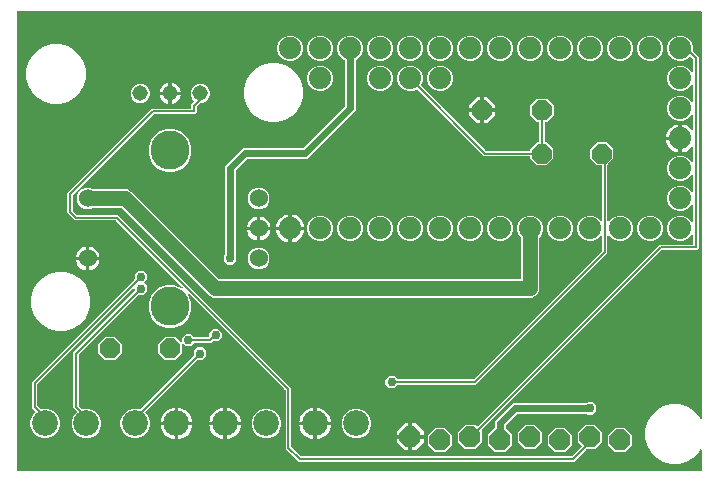
<source format=gbr>
G04 EAGLE Gerber RS-274X export*
G75*
%MOMM*%
%FSLAX34Y34*%
%LPD*%
%INBottom Copper*%
%IPPOS*%
%AMOC8*
5,1,8,0,0,1.08239X$1,22.5*%
G01*
%ADD10C,1.879600*%
%ADD11C,1.524000*%
%ADD12C,3.302000*%
%ADD13P,1.924489X8X112.500000*%
%ADD14C,1.308000*%
%ADD15C,2.184400*%
%ADD16P,1.814519X8X22.500000*%
%ADD17C,0.756400*%
%ADD18C,0.152400*%
%ADD19C,0.609600*%
%ADD20C,1.270000*%

G36*
X589098Y10164D02*
X589098Y10164D01*
X589117Y10162D01*
X589219Y10184D01*
X589321Y10200D01*
X589338Y10210D01*
X589358Y10214D01*
X589447Y10267D01*
X589538Y10316D01*
X589552Y10330D01*
X589569Y10340D01*
X589636Y10419D01*
X589708Y10494D01*
X589716Y10512D01*
X589729Y10527D01*
X589768Y10623D01*
X589811Y10717D01*
X589813Y10737D01*
X589821Y10755D01*
X589839Y10922D01*
X589839Y28237D01*
X589832Y28284D01*
X589833Y28332D01*
X589812Y28405D01*
X589800Y28480D01*
X589777Y28522D01*
X589763Y28568D01*
X589720Y28630D01*
X589684Y28697D01*
X589650Y28730D01*
X589622Y28769D01*
X589561Y28814D01*
X589506Y28867D01*
X589463Y28887D01*
X589424Y28915D01*
X589352Y28938D01*
X589283Y28970D01*
X589235Y28975D01*
X589190Y28990D01*
X589114Y28989D01*
X589039Y28997D01*
X588992Y28987D01*
X588944Y28986D01*
X588872Y28961D01*
X588798Y28945D01*
X588757Y28920D01*
X588712Y28904D01*
X588652Y28858D01*
X588587Y28819D01*
X588556Y28782D01*
X588518Y28753D01*
X588442Y28649D01*
X588427Y28632D01*
X588425Y28626D01*
X588419Y28618D01*
X587174Y26461D01*
X582489Y21776D01*
X576752Y18464D01*
X570352Y16749D01*
X563728Y16749D01*
X557328Y18464D01*
X551591Y21776D01*
X546906Y26461D01*
X543594Y32198D01*
X541879Y38598D01*
X541879Y45222D01*
X543594Y51622D01*
X546906Y57359D01*
X551591Y62044D01*
X557328Y65356D01*
X563728Y67071D01*
X570352Y67071D01*
X576752Y65356D01*
X582489Y62044D01*
X587174Y57359D01*
X588419Y55202D01*
X588449Y55165D01*
X588472Y55123D01*
X588526Y55071D01*
X588575Y55012D01*
X588615Y54986D01*
X588650Y54953D01*
X588719Y54922D01*
X588783Y54881D01*
X588830Y54870D01*
X588873Y54850D01*
X588948Y54842D01*
X589022Y54824D01*
X589070Y54828D01*
X589117Y54823D01*
X589192Y54839D01*
X589267Y54846D01*
X589311Y54865D01*
X589358Y54875D01*
X589423Y54914D01*
X589492Y54944D01*
X589528Y54977D01*
X589569Y55001D01*
X589618Y55059D01*
X589674Y55110D01*
X589698Y55152D01*
X589729Y55188D01*
X589757Y55258D01*
X589794Y55325D01*
X589803Y55372D01*
X589821Y55416D01*
X589835Y55545D01*
X589839Y55566D01*
X589838Y55573D01*
X589839Y55583D01*
X589839Y399078D01*
X589836Y399098D01*
X589838Y399117D01*
X589816Y399219D01*
X589800Y399321D01*
X589790Y399338D01*
X589786Y399358D01*
X589733Y399447D01*
X589684Y399538D01*
X589670Y399552D01*
X589660Y399569D01*
X589581Y399636D01*
X589506Y399708D01*
X589488Y399716D01*
X589473Y399729D01*
X589377Y399768D01*
X589283Y399811D01*
X589263Y399813D01*
X589245Y399821D01*
X589078Y399839D01*
X10922Y399839D01*
X10902Y399836D01*
X10883Y399838D01*
X10781Y399816D01*
X10679Y399800D01*
X10662Y399790D01*
X10642Y399786D01*
X10553Y399733D01*
X10462Y399684D01*
X10448Y399670D01*
X10431Y399660D01*
X10364Y399581D01*
X10292Y399506D01*
X10284Y399488D01*
X10271Y399473D01*
X10232Y399377D01*
X10189Y399283D01*
X10187Y399263D01*
X10179Y399245D01*
X10161Y399078D01*
X10161Y10922D01*
X10164Y10902D01*
X10162Y10883D01*
X10184Y10781D01*
X10200Y10679D01*
X10210Y10662D01*
X10214Y10642D01*
X10267Y10553D01*
X10316Y10462D01*
X10330Y10448D01*
X10340Y10431D01*
X10419Y10364D01*
X10494Y10292D01*
X10512Y10284D01*
X10527Y10271D01*
X10623Y10232D01*
X10717Y10189D01*
X10737Y10187D01*
X10755Y10179D01*
X10922Y10161D01*
X589078Y10161D01*
X589098Y10164D01*
G37*
%LPC*%
G36*
X176234Y157225D02*
X176234Y157225D01*
X173339Y158424D01*
X98561Y233202D01*
X98487Y233255D01*
X98418Y233315D01*
X98388Y233327D01*
X98361Y233346D01*
X98274Y233373D01*
X98190Y233407D01*
X98149Y233411D01*
X98126Y233418D01*
X98094Y233417D01*
X98023Y233425D01*
X74886Y233425D01*
X74822Y233415D01*
X74756Y233414D01*
X74676Y233391D01*
X74644Y233386D01*
X74627Y233376D01*
X74595Y233367D01*
X71669Y232155D01*
X68031Y232155D01*
X64670Y233547D01*
X62097Y236120D01*
X60705Y239481D01*
X60705Y243119D01*
X62097Y246480D01*
X64670Y249053D01*
X68031Y250445D01*
X71669Y250445D01*
X74595Y249233D01*
X74659Y249218D01*
X74720Y249193D01*
X74803Y249184D01*
X74835Y249177D01*
X74854Y249178D01*
X74886Y249175D01*
X103166Y249175D01*
X106061Y247976D01*
X180839Y173198D01*
X180913Y173145D01*
X180982Y173085D01*
X181012Y173073D01*
X181039Y173054D01*
X181126Y173027D01*
X181210Y172993D01*
X181251Y172989D01*
X181274Y172982D01*
X181306Y172983D01*
X181377Y172975D01*
X435864Y172975D01*
X435884Y172978D01*
X435903Y172976D01*
X436005Y172998D01*
X436107Y173014D01*
X436124Y173024D01*
X436144Y173028D01*
X436233Y173081D01*
X436324Y173130D01*
X436338Y173144D01*
X436355Y173154D01*
X436422Y173233D01*
X436494Y173308D01*
X436502Y173326D01*
X436515Y173341D01*
X436554Y173437D01*
X436597Y173531D01*
X436599Y173551D01*
X436607Y173569D01*
X436625Y173736D01*
X436625Y208012D01*
X436611Y208102D01*
X436603Y208193D01*
X436591Y208223D01*
X436586Y208255D01*
X436543Y208336D01*
X436507Y208420D01*
X436481Y208452D01*
X436470Y208472D01*
X436447Y208495D01*
X436402Y208551D01*
X435240Y209713D01*
X433577Y213727D01*
X433577Y218073D01*
X435240Y222087D01*
X438313Y225160D01*
X442327Y226823D01*
X446673Y226823D01*
X450687Y225160D01*
X453760Y222087D01*
X455423Y218073D01*
X455423Y213727D01*
X453760Y209713D01*
X452598Y208551D01*
X452545Y208477D01*
X452485Y208407D01*
X452473Y208377D01*
X452454Y208351D01*
X452427Y208264D01*
X452393Y208179D01*
X452389Y208138D01*
X452382Y208116D01*
X452383Y208084D01*
X452375Y208012D01*
X452375Y163534D01*
X451176Y160639D01*
X448961Y158424D01*
X446066Y157225D01*
X176234Y157225D01*
G37*
%LPD*%
%LPC*%
G36*
X248733Y18353D02*
X248733Y18353D01*
X237573Y29513D01*
X237573Y78877D01*
X237559Y78968D01*
X237551Y79058D01*
X237539Y79088D01*
X237534Y79120D01*
X237491Y79201D01*
X237455Y79285D01*
X237429Y79317D01*
X237418Y79338D01*
X237395Y79360D01*
X237350Y79416D01*
X156492Y160274D01*
X156413Y160331D01*
X156338Y160393D01*
X156314Y160402D01*
X156293Y160417D01*
X156200Y160446D01*
X156109Y160481D01*
X156083Y160482D01*
X156058Y160490D01*
X155960Y160487D01*
X155863Y160491D01*
X155838Y160484D01*
X155812Y160483D01*
X155720Y160450D01*
X155627Y160423D01*
X155605Y160408D01*
X155581Y160399D01*
X155505Y160338D01*
X155425Y160282D01*
X155409Y160261D01*
X155389Y160245D01*
X155336Y160163D01*
X155278Y160085D01*
X155270Y160060D01*
X155256Y160038D01*
X155232Y159944D01*
X155202Y159851D01*
X155202Y159825D01*
X155196Y159800D01*
X155203Y159703D01*
X155204Y159605D01*
X155213Y159574D01*
X155215Y159554D01*
X155228Y159524D01*
X155251Y159444D01*
X157735Y153447D01*
X157735Y146273D01*
X154989Y139644D01*
X149916Y134571D01*
X143287Y131825D01*
X136113Y131825D01*
X129484Y134571D01*
X124411Y139644D01*
X121665Y146273D01*
X121665Y153447D01*
X124411Y160076D01*
X129484Y165149D01*
X136113Y167895D01*
X143287Y167895D01*
X149284Y165411D01*
X149379Y165388D01*
X149472Y165360D01*
X149498Y165361D01*
X149524Y165355D01*
X149620Y165364D01*
X149718Y165366D01*
X149742Y165375D01*
X149769Y165378D01*
X149858Y165417D01*
X149949Y165451D01*
X149969Y165467D01*
X149993Y165478D01*
X150065Y165544D01*
X150141Y165604D01*
X150155Y165626D01*
X150174Y165644D01*
X150221Y165729D01*
X150274Y165811D01*
X150280Y165837D01*
X150293Y165860D01*
X150310Y165956D01*
X150334Y166050D01*
X150332Y166076D01*
X150337Y166102D01*
X150322Y166198D01*
X150315Y166295D01*
X150305Y166319D01*
X150301Y166345D01*
X150257Y166432D01*
X150219Y166521D01*
X150198Y166547D01*
X150189Y166564D01*
X150166Y166587D01*
X150114Y166652D01*
X94276Y222490D01*
X94202Y222543D01*
X94132Y222603D01*
X94102Y222615D01*
X94076Y222634D01*
X93989Y222661D01*
X93904Y222695D01*
X93863Y222699D01*
X93841Y222706D01*
X93809Y222705D01*
X93737Y222713D01*
X58993Y222713D01*
X52713Y228993D01*
X52713Y245947D01*
X124053Y317287D01*
X156952Y317287D01*
X156972Y317290D01*
X156991Y317288D01*
X157093Y317310D01*
X157195Y317326D01*
X157212Y317336D01*
X157232Y317340D01*
X157321Y317393D01*
X157412Y317442D01*
X157426Y317456D01*
X157443Y317466D01*
X157510Y317545D01*
X157582Y317620D01*
X157590Y317638D01*
X157603Y317653D01*
X157642Y317749D01*
X157685Y317843D01*
X157687Y317863D01*
X157695Y317881D01*
X157713Y318048D01*
X157713Y320947D01*
X159792Y323026D01*
X159804Y323042D01*
X159819Y323055D01*
X159875Y323142D01*
X159936Y323226D01*
X159942Y323245D01*
X159952Y323262D01*
X159978Y323362D01*
X160008Y323461D01*
X160008Y323481D01*
X160012Y323500D01*
X160004Y323603D01*
X160002Y323707D01*
X159995Y323726D01*
X159993Y323745D01*
X159953Y323840D01*
X159917Y323938D01*
X159905Y323953D01*
X159897Y323972D01*
X159792Y324103D01*
X158263Y325632D01*
X157035Y328596D01*
X157035Y331804D01*
X158263Y334768D01*
X160532Y337037D01*
X163496Y338265D01*
X166704Y338265D01*
X169668Y337037D01*
X171937Y334768D01*
X173165Y331804D01*
X173165Y328596D01*
X171937Y325632D01*
X169668Y323363D01*
X166704Y322135D01*
X165685Y322135D01*
X165594Y322121D01*
X165504Y322113D01*
X165474Y322101D01*
X165442Y322096D01*
X165361Y322053D01*
X165277Y322017D01*
X165245Y321991D01*
X165224Y321980D01*
X165202Y321957D01*
X165146Y321912D01*
X162510Y319276D01*
X162457Y319202D01*
X162397Y319132D01*
X162385Y319102D01*
X162366Y319076D01*
X162339Y318989D01*
X162305Y318904D01*
X162301Y318863D01*
X162294Y318841D01*
X162295Y318809D01*
X162287Y318737D01*
X162287Y314053D01*
X160947Y312713D01*
X126263Y312713D01*
X126172Y312699D01*
X126082Y312691D01*
X126052Y312679D01*
X126020Y312674D01*
X125939Y312631D01*
X125855Y312595D01*
X125823Y312569D01*
X125802Y312558D01*
X125780Y312535D01*
X125724Y312490D01*
X57510Y244276D01*
X57457Y244202D01*
X57397Y244132D01*
X57385Y244102D01*
X57366Y244076D01*
X57339Y243989D01*
X57305Y243904D01*
X57301Y243863D01*
X57294Y243841D01*
X57295Y243809D01*
X57287Y243737D01*
X57287Y231203D01*
X57301Y231112D01*
X57309Y231022D01*
X57321Y230992D01*
X57326Y230960D01*
X57369Y230879D01*
X57405Y230795D01*
X57431Y230763D01*
X57442Y230742D01*
X57465Y230720D01*
X57510Y230664D01*
X60664Y227510D01*
X60738Y227457D01*
X60808Y227397D01*
X60838Y227385D01*
X60864Y227366D01*
X60951Y227339D01*
X61036Y227305D01*
X61077Y227301D01*
X61099Y227294D01*
X61131Y227295D01*
X61203Y227287D01*
X95947Y227287D01*
X242147Y81087D01*
X242147Y31723D01*
X242161Y31632D01*
X242169Y31542D01*
X242181Y31512D01*
X242186Y31480D01*
X242229Y31399D01*
X242265Y31315D01*
X242291Y31283D01*
X242302Y31262D01*
X242325Y31240D01*
X242370Y31184D01*
X250404Y23150D01*
X250478Y23097D01*
X250548Y23037D01*
X250578Y23025D01*
X250604Y23006D01*
X250691Y22979D01*
X250776Y22945D01*
X250817Y22941D01*
X250839Y22934D01*
X250871Y22935D01*
X250943Y22927D01*
X479377Y22927D01*
X479468Y22941D01*
X479558Y22949D01*
X479588Y22961D01*
X479620Y22966D01*
X479701Y23009D01*
X479785Y23045D01*
X479817Y23071D01*
X479838Y23082D01*
X479860Y23105D01*
X479916Y23150D01*
X487815Y31049D01*
X487827Y31066D01*
X487843Y31078D01*
X487899Y31165D01*
X487959Y31249D01*
X487965Y31268D01*
X487976Y31285D01*
X488001Y31385D01*
X488031Y31484D01*
X488031Y31504D01*
X488036Y31523D01*
X488028Y31626D01*
X488025Y31730D01*
X488018Y31749D01*
X488017Y31769D01*
X487976Y31864D01*
X487941Y31961D01*
X487928Y31977D01*
X487920Y31995D01*
X487815Y32126D01*
X484885Y35056D01*
X484885Y43684D01*
X490986Y49785D01*
X499614Y49785D01*
X505715Y43684D01*
X505715Y35056D01*
X499614Y28955D01*
X492505Y28955D01*
X492414Y28941D01*
X492324Y28933D01*
X492294Y28921D01*
X492262Y28916D01*
X492181Y28873D01*
X492097Y28837D01*
X492065Y28811D01*
X492044Y28800D01*
X492022Y28777D01*
X491966Y28732D01*
X481587Y18353D01*
X248733Y18353D01*
G37*
%LPD*%
%LPC*%
G36*
X389386Y28955D02*
X389386Y28955D01*
X383285Y35056D01*
X383285Y43684D01*
X389386Y49785D01*
X398014Y49785D01*
X399244Y48555D01*
X399260Y48543D01*
X399273Y48527D01*
X399360Y48471D01*
X399444Y48411D01*
X399463Y48405D01*
X399480Y48394D01*
X399580Y48369D01*
X399679Y48339D01*
X399699Y48339D01*
X399718Y48334D01*
X399821Y48342D01*
X399925Y48345D01*
X399944Y48352D01*
X399963Y48353D01*
X400058Y48394D01*
X400156Y48429D01*
X400171Y48442D01*
X400190Y48450D01*
X400321Y48555D01*
X552490Y200724D01*
X554053Y202287D01*
X581952Y202287D01*
X581972Y202290D01*
X581991Y202288D01*
X582093Y202310D01*
X582195Y202326D01*
X582212Y202336D01*
X582232Y202340D01*
X582321Y202393D01*
X582412Y202442D01*
X582426Y202456D01*
X582443Y202466D01*
X582510Y202545D01*
X582582Y202620D01*
X582590Y202638D01*
X582603Y202653D01*
X582642Y202749D01*
X582685Y202843D01*
X582687Y202863D01*
X582695Y202881D01*
X582713Y203048D01*
X582713Y210602D01*
X582698Y210698D01*
X582688Y210795D01*
X582678Y210819D01*
X582674Y210844D01*
X582628Y210930D01*
X582588Y211019D01*
X582571Y211039D01*
X582558Y211062D01*
X582488Y211129D01*
X582422Y211201D01*
X582399Y211213D01*
X582380Y211231D01*
X582292Y211272D01*
X582206Y211319D01*
X582181Y211324D01*
X582157Y211335D01*
X582060Y211346D01*
X581964Y211363D01*
X581938Y211359D01*
X581913Y211362D01*
X581817Y211341D01*
X581721Y211327D01*
X581698Y211315D01*
X581672Y211310D01*
X581589Y211260D01*
X581502Y211216D01*
X581483Y211197D01*
X581461Y211183D01*
X581398Y211110D01*
X581330Y211040D01*
X581314Y211011D01*
X581301Y210997D01*
X581289Y210966D01*
X581249Y210893D01*
X580760Y209713D01*
X577687Y206640D01*
X573673Y204977D01*
X569327Y204977D01*
X565313Y206640D01*
X562240Y209713D01*
X560577Y213727D01*
X560577Y218073D01*
X562240Y222087D01*
X565313Y225160D01*
X569327Y226823D01*
X573673Y226823D01*
X577687Y225160D01*
X580760Y222087D01*
X581249Y220907D01*
X581300Y220824D01*
X581346Y220738D01*
X581364Y220720D01*
X581378Y220698D01*
X581454Y220636D01*
X581524Y220569D01*
X581548Y220558D01*
X581568Y220541D01*
X581659Y220506D01*
X581747Y220465D01*
X581773Y220462D01*
X581797Y220453D01*
X581895Y220449D01*
X581991Y220438D01*
X582017Y220444D01*
X582043Y220443D01*
X582137Y220470D01*
X582232Y220490D01*
X582254Y220504D01*
X582279Y220511D01*
X582359Y220567D01*
X582443Y220617D01*
X582460Y220636D01*
X582481Y220651D01*
X582540Y220729D01*
X582603Y220803D01*
X582613Y220828D01*
X582628Y220849D01*
X582658Y220941D01*
X582695Y221032D01*
X582698Y221064D01*
X582704Y221083D01*
X582704Y221116D01*
X582713Y221198D01*
X582713Y236002D01*
X582698Y236098D01*
X582688Y236195D01*
X582678Y236219D01*
X582674Y236244D01*
X582628Y236330D01*
X582588Y236420D01*
X582571Y236439D01*
X582558Y236462D01*
X582488Y236529D01*
X582422Y236601D01*
X582399Y236613D01*
X582380Y236631D01*
X582292Y236672D01*
X582206Y236719D01*
X582181Y236724D01*
X582157Y236735D01*
X582060Y236746D01*
X581964Y236763D01*
X581938Y236759D01*
X581913Y236762D01*
X581817Y236741D01*
X581721Y236727D01*
X581698Y236715D01*
X581672Y236710D01*
X581589Y236660D01*
X581502Y236616D01*
X581483Y236597D01*
X581461Y236584D01*
X581398Y236510D01*
X581330Y236440D01*
X581314Y236411D01*
X581301Y236397D01*
X581289Y236366D01*
X581249Y236293D01*
X580760Y235113D01*
X577687Y232040D01*
X573673Y230377D01*
X569327Y230377D01*
X565313Y232040D01*
X562240Y235113D01*
X560577Y239127D01*
X560577Y243473D01*
X562240Y247487D01*
X565313Y250560D01*
X569327Y252223D01*
X573673Y252223D01*
X577687Y250560D01*
X580760Y247487D01*
X581249Y246307D01*
X581300Y246224D01*
X581346Y246138D01*
X581364Y246120D01*
X581378Y246098D01*
X581454Y246036D01*
X581524Y245969D01*
X581548Y245958D01*
X581568Y245941D01*
X581659Y245906D01*
X581747Y245865D01*
X581773Y245862D01*
X581797Y245853D01*
X581895Y245849D01*
X581991Y245838D01*
X582017Y245844D01*
X582043Y245842D01*
X582137Y245870D01*
X582232Y245890D01*
X582254Y245904D01*
X582279Y245911D01*
X582359Y245967D01*
X582443Y246016D01*
X582460Y246036D01*
X582481Y246051D01*
X582540Y246129D01*
X582603Y246203D01*
X582613Y246228D01*
X582628Y246249D01*
X582658Y246341D01*
X582695Y246432D01*
X582698Y246464D01*
X582704Y246483D01*
X582704Y246516D01*
X582713Y246598D01*
X582713Y261402D01*
X582712Y261410D01*
X582712Y261413D01*
X582709Y261427D01*
X582698Y261498D01*
X582688Y261595D01*
X582678Y261619D01*
X582674Y261644D01*
X582628Y261730D01*
X582588Y261820D01*
X582571Y261839D01*
X582558Y261862D01*
X582488Y261929D01*
X582422Y262001D01*
X582399Y262013D01*
X582380Y262031D01*
X582292Y262072D01*
X582206Y262119D01*
X582181Y262124D01*
X582157Y262135D01*
X582060Y262146D01*
X581964Y262163D01*
X581938Y262159D01*
X581913Y262162D01*
X581817Y262141D01*
X581721Y262127D01*
X581698Y262115D01*
X581672Y262110D01*
X581589Y262060D01*
X581502Y262016D01*
X581483Y261997D01*
X581461Y261984D01*
X581398Y261910D01*
X581330Y261840D01*
X581314Y261811D01*
X581301Y261797D01*
X581289Y261766D01*
X581249Y261693D01*
X580760Y260513D01*
X577687Y257440D01*
X573673Y255777D01*
X569327Y255777D01*
X565313Y257440D01*
X562240Y260513D01*
X560577Y264527D01*
X560577Y268873D01*
X562240Y272887D01*
X565313Y275960D01*
X569327Y277623D01*
X573673Y277623D01*
X577687Y275960D01*
X580760Y272887D01*
X581249Y271707D01*
X581300Y271624D01*
X581346Y271538D01*
X581364Y271520D01*
X581378Y271498D01*
X581454Y271436D01*
X581524Y271369D01*
X581548Y271358D01*
X581568Y271341D01*
X581659Y271306D01*
X581747Y271265D01*
X581773Y271262D01*
X581797Y271253D01*
X581895Y271249D01*
X581991Y271238D01*
X582017Y271244D01*
X582043Y271242D01*
X582137Y271270D01*
X582232Y271290D01*
X582254Y271304D01*
X582279Y271311D01*
X582359Y271367D01*
X582443Y271416D01*
X582460Y271436D01*
X582481Y271451D01*
X582540Y271529D01*
X582603Y271603D01*
X582613Y271628D01*
X582628Y271649D01*
X582658Y271741D01*
X582695Y271832D01*
X582698Y271864D01*
X582704Y271883D01*
X582704Y271916D01*
X582713Y271998D01*
X582713Y284879D01*
X582712Y284887D01*
X582713Y284895D01*
X582692Y285009D01*
X582674Y285122D01*
X582670Y285129D01*
X582668Y285137D01*
X582612Y285238D01*
X582558Y285340D01*
X582553Y285345D01*
X582549Y285352D01*
X582463Y285430D01*
X582380Y285509D01*
X582373Y285512D01*
X582367Y285518D01*
X582261Y285564D01*
X582157Y285613D01*
X582149Y285613D01*
X582142Y285617D01*
X582027Y285627D01*
X581913Y285640D01*
X581905Y285638D01*
X581897Y285639D01*
X581785Y285612D01*
X581672Y285587D01*
X581665Y285583D01*
X581658Y285581D01*
X581560Y285520D01*
X581461Y285461D01*
X581456Y285455D01*
X581449Y285451D01*
X581336Y285327D01*
X580606Y284322D01*
X579278Y282994D01*
X577757Y281889D01*
X576083Y281036D01*
X574296Y280455D01*
X573023Y280254D01*
X573023Y291338D01*
X573020Y291358D01*
X573022Y291377D01*
X573000Y291479D01*
X572983Y291581D01*
X572974Y291598D01*
X572970Y291618D01*
X572917Y291707D01*
X572868Y291798D01*
X572854Y291812D01*
X572844Y291829D01*
X572765Y291896D01*
X572690Y291967D01*
X572672Y291976D01*
X572657Y291989D01*
X572561Y292027D01*
X572467Y292071D01*
X572447Y292073D01*
X572429Y292081D01*
X572262Y292099D01*
X571499Y292099D01*
X571499Y292101D01*
X572262Y292101D01*
X572282Y292104D01*
X572301Y292102D01*
X572403Y292124D01*
X572505Y292141D01*
X572522Y292150D01*
X572542Y292154D01*
X572631Y292207D01*
X572722Y292256D01*
X572736Y292270D01*
X572753Y292280D01*
X572820Y292359D01*
X572891Y292434D01*
X572900Y292452D01*
X572913Y292467D01*
X572952Y292563D01*
X572995Y292657D01*
X572997Y292677D01*
X573005Y292695D01*
X573023Y292862D01*
X573023Y303946D01*
X574296Y303745D01*
X576083Y303164D01*
X577757Y302311D01*
X579278Y301206D01*
X580606Y299878D01*
X581336Y298873D01*
X581342Y298867D01*
X581346Y298860D01*
X581429Y298781D01*
X581511Y298700D01*
X581518Y298697D01*
X581524Y298691D01*
X581628Y298643D01*
X581732Y298592D01*
X581740Y298591D01*
X581747Y298587D01*
X581861Y298575D01*
X581976Y298560D01*
X581984Y298561D01*
X581991Y298560D01*
X582104Y298585D01*
X582217Y298607D01*
X582224Y298611D01*
X582232Y298613D01*
X582330Y298671D01*
X582431Y298729D01*
X582436Y298735D01*
X582443Y298739D01*
X582518Y298826D01*
X582595Y298912D01*
X582598Y298920D01*
X582603Y298926D01*
X582646Y299033D01*
X582691Y299138D01*
X582692Y299146D01*
X582695Y299154D01*
X582713Y299321D01*
X582713Y312202D01*
X582698Y312298D01*
X582688Y312395D01*
X582678Y312419D01*
X582674Y312444D01*
X582628Y312530D01*
X582588Y312620D01*
X582571Y312639D01*
X582558Y312662D01*
X582488Y312729D01*
X582422Y312801D01*
X582399Y312813D01*
X582380Y312831D01*
X582292Y312872D01*
X582206Y312919D01*
X582181Y312924D01*
X582157Y312935D01*
X582060Y312946D01*
X581964Y312963D01*
X581938Y312959D01*
X581913Y312962D01*
X581817Y312941D01*
X581721Y312927D01*
X581698Y312915D01*
X581672Y312910D01*
X581589Y312860D01*
X581502Y312816D01*
X581483Y312797D01*
X581461Y312784D01*
X581398Y312710D01*
X581330Y312640D01*
X581314Y312611D01*
X581301Y312597D01*
X581289Y312566D01*
X581249Y312493D01*
X580760Y311313D01*
X577687Y308240D01*
X573673Y306577D01*
X569327Y306577D01*
X565313Y308240D01*
X562240Y311313D01*
X560577Y315327D01*
X560577Y319673D01*
X562240Y323687D01*
X565313Y326760D01*
X569327Y328423D01*
X573673Y328423D01*
X577687Y326760D01*
X580760Y323687D01*
X581249Y322507D01*
X581300Y322424D01*
X581346Y322338D01*
X581364Y322320D01*
X581378Y322298D01*
X581454Y322236D01*
X581524Y322169D01*
X581548Y322158D01*
X581568Y322141D01*
X581659Y322106D01*
X581747Y322065D01*
X581773Y322062D01*
X581797Y322053D01*
X581895Y322049D01*
X581991Y322038D01*
X582017Y322044D01*
X582043Y322042D01*
X582137Y322070D01*
X582232Y322090D01*
X582254Y322104D01*
X582279Y322111D01*
X582359Y322167D01*
X582443Y322216D01*
X582460Y322236D01*
X582481Y322251D01*
X582540Y322329D01*
X582603Y322403D01*
X582613Y322428D01*
X582628Y322449D01*
X582658Y322541D01*
X582695Y322632D01*
X582698Y322664D01*
X582704Y322683D01*
X582704Y322716D01*
X582713Y322798D01*
X582713Y337602D01*
X582698Y337698D01*
X582688Y337795D01*
X582678Y337819D01*
X582674Y337844D01*
X582628Y337930D01*
X582588Y338020D01*
X582571Y338039D01*
X582558Y338062D01*
X582488Y338129D01*
X582422Y338201D01*
X582399Y338213D01*
X582380Y338231D01*
X582292Y338272D01*
X582206Y338319D01*
X582181Y338324D01*
X582157Y338335D01*
X582060Y338346D01*
X581964Y338363D01*
X581938Y338359D01*
X581913Y338362D01*
X581817Y338341D01*
X581721Y338327D01*
X581698Y338315D01*
X581672Y338310D01*
X581589Y338260D01*
X581502Y338216D01*
X581483Y338197D01*
X581461Y338184D01*
X581398Y338110D01*
X581330Y338040D01*
X581314Y338011D01*
X581301Y337997D01*
X581289Y337966D01*
X581249Y337893D01*
X580760Y336713D01*
X577687Y333640D01*
X573673Y331977D01*
X569327Y331977D01*
X565313Y333640D01*
X562240Y336713D01*
X560577Y340727D01*
X560577Y345073D01*
X562240Y349087D01*
X565313Y352160D01*
X569327Y353823D01*
X573673Y353823D01*
X577687Y352160D01*
X580760Y349087D01*
X581249Y347907D01*
X581300Y347824D01*
X581346Y347738D01*
X581364Y347720D01*
X581378Y347698D01*
X581454Y347636D01*
X581524Y347569D01*
X581548Y347558D01*
X581568Y347541D01*
X581659Y347506D01*
X581747Y347465D01*
X581773Y347462D01*
X581797Y347453D01*
X581895Y347449D01*
X581991Y347438D01*
X582017Y347444D01*
X582043Y347442D01*
X582137Y347470D01*
X582232Y347490D01*
X582254Y347504D01*
X582279Y347511D01*
X582359Y347567D01*
X582443Y347616D01*
X582460Y347636D01*
X582481Y347651D01*
X582540Y347729D01*
X582603Y347803D01*
X582613Y347828D01*
X582628Y347849D01*
X582658Y347941D01*
X582695Y348032D01*
X582698Y348064D01*
X582704Y348083D01*
X582704Y348116D01*
X582713Y348198D01*
X582713Y358737D01*
X582699Y358828D01*
X582691Y358918D01*
X582679Y358948D01*
X582674Y358980D01*
X582631Y359061D01*
X582595Y359145D01*
X582569Y359177D01*
X582558Y359198D01*
X582535Y359220D01*
X582490Y359276D01*
X580745Y361021D01*
X580729Y361033D01*
X580716Y361048D01*
X580629Y361104D01*
X580545Y361165D01*
X580526Y361171D01*
X580509Y361181D01*
X580409Y361207D01*
X580310Y361237D01*
X580290Y361237D01*
X580271Y361241D01*
X580168Y361233D01*
X580064Y361231D01*
X580045Y361224D01*
X580026Y361222D01*
X579931Y361182D01*
X579833Y361146D01*
X579818Y361134D01*
X579799Y361126D01*
X579668Y361021D01*
X577687Y359040D01*
X573673Y357377D01*
X569327Y357377D01*
X565313Y359040D01*
X562240Y362113D01*
X560577Y366127D01*
X560577Y370473D01*
X562240Y374487D01*
X565313Y377560D01*
X569327Y379223D01*
X573673Y379223D01*
X577687Y377560D01*
X580760Y374487D01*
X582423Y370473D01*
X582423Y366127D01*
X582437Y366036D01*
X582445Y365946D01*
X582457Y365916D01*
X582462Y365884D01*
X582505Y365803D01*
X582541Y365719D01*
X582567Y365687D01*
X582578Y365666D01*
X582601Y365644D01*
X582646Y365588D01*
X587287Y360947D01*
X587287Y199053D01*
X585947Y197713D01*
X556263Y197713D01*
X556172Y197699D01*
X556082Y197691D01*
X556052Y197679D01*
X556020Y197674D01*
X555939Y197631D01*
X555855Y197595D01*
X555823Y197569D01*
X555802Y197558D01*
X555780Y197535D01*
X555724Y197490D01*
X403555Y45321D01*
X403543Y45304D01*
X403527Y45292D01*
X403471Y45205D01*
X403411Y45121D01*
X403405Y45102D01*
X403394Y45085D01*
X403369Y44985D01*
X403339Y44886D01*
X403339Y44866D01*
X403334Y44847D01*
X403342Y44744D01*
X403345Y44640D01*
X403352Y44621D01*
X403353Y44601D01*
X403394Y44507D01*
X403429Y44409D01*
X403442Y44393D01*
X403450Y44375D01*
X403555Y44244D01*
X404115Y43684D01*
X404115Y35056D01*
X398014Y28955D01*
X389386Y28955D01*
G37*
%LPD*%
%LPC*%
G36*
X188302Y185193D02*
X188302Y185193D01*
X185193Y188302D01*
X185193Y192698D01*
X185704Y193209D01*
X185757Y193283D01*
X185817Y193353D01*
X185829Y193383D01*
X185848Y193409D01*
X185875Y193496D01*
X185909Y193581D01*
X185913Y193622D01*
X185920Y193644D01*
X185919Y193676D01*
X185927Y193747D01*
X185927Y268594D01*
X201306Y283973D01*
X251791Y283973D01*
X251881Y283987D01*
X251972Y283995D01*
X252001Y284007D01*
X252033Y284012D01*
X252114Y284055D01*
X252198Y284091D01*
X252230Y284117D01*
X252251Y284128D01*
X252273Y284151D01*
X252329Y284196D01*
X287304Y319171D01*
X287357Y319245D01*
X287417Y319315D01*
X287429Y319345D01*
X287448Y319371D01*
X287475Y319458D01*
X287509Y319543D01*
X287513Y319584D01*
X287520Y319606D01*
X287519Y319638D01*
X287527Y319709D01*
X287527Y357863D01*
X287508Y357978D01*
X287491Y358094D01*
X287489Y358099D01*
X287488Y358106D01*
X287434Y358207D01*
X287380Y358313D01*
X287375Y358317D01*
X287372Y358323D01*
X287288Y358403D01*
X287204Y358485D01*
X287198Y358489D01*
X287194Y358492D01*
X287177Y358500D01*
X287057Y358566D01*
X285913Y359040D01*
X282840Y362113D01*
X281177Y366127D01*
X281177Y370473D01*
X282840Y374487D01*
X285913Y377560D01*
X289927Y379223D01*
X294273Y379223D01*
X298287Y377560D01*
X301360Y374487D01*
X303023Y370473D01*
X303023Y366127D01*
X301360Y362113D01*
X298287Y359040D01*
X297143Y358566D01*
X297043Y358504D01*
X296943Y358445D01*
X296939Y358440D01*
X296934Y358436D01*
X296859Y358346D01*
X296783Y358258D01*
X296781Y358252D01*
X296777Y358247D01*
X296735Y358139D01*
X296691Y358029D01*
X296690Y358022D01*
X296689Y358017D01*
X296688Y357999D01*
X296673Y357863D01*
X296673Y315606D01*
X255894Y274827D01*
X205409Y274827D01*
X205319Y274813D01*
X205228Y274805D01*
X205199Y274793D01*
X205167Y274788D01*
X205086Y274745D01*
X205002Y274709D01*
X204970Y274683D01*
X204949Y274672D01*
X204927Y274649D01*
X204871Y274604D01*
X195296Y265029D01*
X195243Y264955D01*
X195183Y264885D01*
X195171Y264855D01*
X195152Y264829D01*
X195125Y264742D01*
X195091Y264657D01*
X195087Y264616D01*
X195080Y264594D01*
X195081Y264562D01*
X195073Y264491D01*
X195073Y193747D01*
X195087Y193657D01*
X195095Y193566D01*
X195107Y193537D01*
X195112Y193505D01*
X195155Y193424D01*
X195191Y193340D01*
X195217Y193308D01*
X195228Y193287D01*
X195251Y193265D01*
X195296Y193209D01*
X195807Y192698D01*
X195807Y188302D01*
X192698Y185193D01*
X188302Y185193D01*
G37*
%LPD*%
%LPC*%
G36*
X325122Y80463D02*
X325122Y80463D01*
X322013Y83572D01*
X322013Y87968D01*
X325122Y91077D01*
X329518Y91077D01*
X332315Y88280D01*
X332389Y88227D01*
X332459Y88167D01*
X332489Y88155D01*
X332515Y88136D01*
X332602Y88109D01*
X332687Y88075D01*
X332728Y88071D01*
X332750Y88064D01*
X332782Y88065D01*
X332853Y88057D01*
X396287Y88057D01*
X396378Y88071D01*
X396468Y88079D01*
X396498Y88091D01*
X396530Y88096D01*
X396611Y88139D01*
X396695Y88175D01*
X396727Y88201D01*
X396748Y88212D01*
X396770Y88235D01*
X396826Y88280D01*
X505210Y196664D01*
X505263Y196738D01*
X505323Y196808D01*
X505335Y196838D01*
X505354Y196864D01*
X505381Y196951D01*
X505415Y197036D01*
X505419Y197077D01*
X505426Y197099D01*
X505425Y197131D01*
X505433Y197203D01*
X505433Y208748D01*
X505422Y208819D01*
X505420Y208891D01*
X505402Y208940D01*
X505394Y208991D01*
X505360Y209054D01*
X505335Y209122D01*
X505303Y209162D01*
X505278Y209209D01*
X505226Y209258D01*
X505182Y209314D01*
X505138Y209342D01*
X505100Y209378D01*
X505035Y209408D01*
X504975Y209447D01*
X504924Y209460D01*
X504877Y209482D01*
X504806Y209489D01*
X504736Y209507D01*
X504684Y209503D01*
X504633Y209509D01*
X504562Y209493D01*
X504491Y209488D01*
X504443Y209467D01*
X504392Y209456D01*
X504331Y209420D01*
X504265Y209391D01*
X504209Y209347D01*
X504181Y209330D01*
X504166Y209312D01*
X504134Y209287D01*
X501487Y206640D01*
X497473Y204977D01*
X493127Y204977D01*
X489113Y206640D01*
X486040Y209713D01*
X484377Y213727D01*
X484377Y218073D01*
X486040Y222087D01*
X489113Y225160D01*
X493127Y226823D01*
X497473Y226823D01*
X501487Y225160D01*
X504134Y222513D01*
X504192Y222471D01*
X504244Y222422D01*
X504291Y222400D01*
X504333Y222370D01*
X504402Y222349D01*
X504467Y222318D01*
X504519Y222313D01*
X504569Y222297D01*
X504640Y222299D01*
X504711Y222291D01*
X504762Y222302D01*
X504814Y222304D01*
X504882Y222328D01*
X504952Y222344D01*
X504997Y222370D01*
X505045Y222388D01*
X505101Y222433D01*
X505163Y222470D01*
X505197Y222509D01*
X505237Y222542D01*
X505276Y222602D01*
X505323Y222657D01*
X505342Y222705D01*
X505370Y222749D01*
X505388Y222818D01*
X505415Y222885D01*
X505423Y222956D01*
X505431Y222987D01*
X505429Y223011D01*
X505433Y223052D01*
X505433Y268652D01*
X505430Y268672D01*
X505432Y268691D01*
X505410Y268793D01*
X505394Y268895D01*
X505384Y268912D01*
X505380Y268932D01*
X505327Y269021D01*
X505278Y269112D01*
X505264Y269126D01*
X505254Y269143D01*
X505175Y269210D01*
X505100Y269282D01*
X505082Y269290D01*
X505067Y269303D01*
X504971Y269342D01*
X504877Y269385D01*
X504857Y269387D01*
X504839Y269395D01*
X504672Y269413D01*
X500976Y269413D01*
X495173Y275216D01*
X495173Y283424D01*
X500976Y289227D01*
X509184Y289227D01*
X514987Y283424D01*
X514987Y275216D01*
X510230Y270459D01*
X510177Y270385D01*
X510117Y270316D01*
X510105Y270286D01*
X510086Y270260D01*
X510059Y270173D01*
X510025Y270088D01*
X510021Y270047D01*
X510014Y270025D01*
X510015Y269992D01*
X510007Y269921D01*
X510007Y222454D01*
X510022Y222358D01*
X510032Y222260D01*
X510042Y222237D01*
X510046Y222211D01*
X510092Y222125D01*
X510132Y222036D01*
X510149Y222016D01*
X510162Y221994D01*
X510232Y221927D01*
X510298Y221855D01*
X510321Y221842D01*
X510340Y221824D01*
X510428Y221783D01*
X510514Y221736D01*
X510539Y221732D01*
X510563Y221721D01*
X510660Y221710D01*
X510756Y221693D01*
X510782Y221696D01*
X510807Y221693D01*
X510903Y221714D01*
X510999Y221728D01*
X511022Y221740D01*
X511048Y221746D01*
X511131Y221796D01*
X511218Y221840D01*
X511237Y221859D01*
X511259Y221872D01*
X511322Y221946D01*
X511391Y222016D01*
X511406Y222044D01*
X511419Y222059D01*
X511424Y222071D01*
X514513Y225160D01*
X518527Y226823D01*
X522873Y226823D01*
X526887Y225160D01*
X529960Y222087D01*
X531623Y218073D01*
X531623Y213727D01*
X529960Y209713D01*
X526887Y206640D01*
X522873Y204977D01*
X518527Y204977D01*
X514513Y206640D01*
X511406Y209747D01*
X511374Y209806D01*
X511356Y209824D01*
X511342Y209847D01*
X511267Y209909D01*
X511196Y209976D01*
X511172Y209987D01*
X511152Y210003D01*
X511061Y210038D01*
X510973Y210079D01*
X510947Y210082D01*
X510923Y210092D01*
X510825Y210096D01*
X510729Y210107D01*
X510703Y210101D01*
X510677Y210102D01*
X510583Y210075D01*
X510488Y210054D01*
X510466Y210041D01*
X510441Y210034D01*
X510361Y209978D01*
X510277Y209928D01*
X510260Y209908D01*
X510239Y209893D01*
X510180Y209815D01*
X510117Y209741D01*
X510107Y209717D01*
X510092Y209696D01*
X510062Y209604D01*
X510025Y209513D01*
X510022Y209481D01*
X510016Y209462D01*
X510016Y209429D01*
X510007Y209346D01*
X510007Y194993D01*
X398497Y83483D01*
X332853Y83483D01*
X332763Y83469D01*
X332672Y83461D01*
X332643Y83449D01*
X332611Y83444D01*
X332530Y83401D01*
X332446Y83365D01*
X332414Y83339D01*
X332393Y83328D01*
X332371Y83305D01*
X332315Y83260D01*
X329518Y80463D01*
X325122Y80463D01*
G37*
%LPD*%
%LPC*%
G36*
X31324Y38353D02*
X31324Y38353D01*
X26749Y40248D01*
X23248Y43749D01*
X21353Y48324D01*
X21353Y53276D01*
X23248Y57851D01*
X25544Y60146D01*
X25555Y60162D01*
X25571Y60175D01*
X25627Y60262D01*
X25687Y60346D01*
X25693Y60365D01*
X25704Y60381D01*
X25729Y60482D01*
X25759Y60581D01*
X25759Y60601D01*
X25764Y60620D01*
X25756Y60723D01*
X25753Y60827D01*
X25746Y60845D01*
X25745Y60865D01*
X25704Y60960D01*
X25669Y61058D01*
X25656Y61073D01*
X25648Y61092D01*
X25544Y61223D01*
X22713Y64053D01*
X22713Y85947D01*
X24276Y87510D01*
X109470Y172704D01*
X109523Y172778D01*
X109583Y172848D01*
X109595Y172878D01*
X109614Y172904D01*
X109641Y172991D01*
X109675Y173076D01*
X109679Y173117D01*
X109686Y173139D01*
X109685Y173171D01*
X109693Y173242D01*
X109693Y177198D01*
X112802Y180307D01*
X117198Y180307D01*
X120307Y177198D01*
X120307Y172802D01*
X118043Y170538D01*
X118032Y170522D01*
X118016Y170510D01*
X117985Y170462D01*
X117975Y170451D01*
X117967Y170433D01*
X117960Y170422D01*
X117900Y170339D01*
X117894Y170320D01*
X117883Y170303D01*
X117858Y170202D01*
X117827Y170103D01*
X117828Y170084D01*
X117823Y170064D01*
X117831Y169961D01*
X117834Y169858D01*
X117840Y169839D01*
X117842Y169819D01*
X117882Y169724D01*
X117918Y169627D01*
X117931Y169611D01*
X117938Y169593D01*
X118043Y169462D01*
X120307Y167198D01*
X120307Y162802D01*
X117198Y159693D01*
X113243Y159693D01*
X113152Y159679D01*
X113062Y159671D01*
X113032Y159659D01*
X113000Y159654D01*
X112919Y159611D01*
X112835Y159575D01*
X112803Y159549D01*
X112782Y159538D01*
X112760Y159515D01*
X112704Y159470D01*
X62510Y109276D01*
X62457Y109202D01*
X62397Y109132D01*
X62385Y109102D01*
X62366Y109076D01*
X62339Y108989D01*
X62305Y108904D01*
X62301Y108863D01*
X62294Y108841D01*
X62295Y108809D01*
X62287Y108737D01*
X62287Y66263D01*
X62301Y66172D01*
X62309Y66082D01*
X62321Y66052D01*
X62326Y66020D01*
X62369Y65939D01*
X62405Y65855D01*
X62431Y65823D01*
X62442Y65802D01*
X62465Y65780D01*
X62510Y65724D01*
X65019Y63215D01*
X65114Y63146D01*
X65208Y63077D01*
X65214Y63075D01*
X65219Y63071D01*
X65331Y63037D01*
X65442Y63001D01*
X65448Y63001D01*
X65454Y62999D01*
X65571Y63002D01*
X65688Y63003D01*
X65695Y63005D01*
X65700Y63005D01*
X65717Y63012D01*
X65849Y63050D01*
X66324Y63247D01*
X71276Y63247D01*
X75851Y61352D01*
X79352Y57851D01*
X81247Y53276D01*
X81247Y48324D01*
X79352Y43749D01*
X75851Y40248D01*
X71276Y38353D01*
X66324Y38353D01*
X61749Y40248D01*
X58248Y43749D01*
X56353Y48324D01*
X56353Y53276D01*
X58248Y57851D01*
X60544Y60146D01*
X60555Y60162D01*
X60571Y60175D01*
X60627Y60262D01*
X60687Y60346D01*
X60693Y60365D01*
X60704Y60381D01*
X60729Y60482D01*
X60759Y60581D01*
X60759Y60601D01*
X60764Y60620D01*
X60756Y60723D01*
X60753Y60827D01*
X60746Y60845D01*
X60745Y60865D01*
X60704Y60960D01*
X60669Y61058D01*
X60656Y61073D01*
X60648Y61092D01*
X60544Y61222D01*
X57713Y64053D01*
X57713Y110947D01*
X109470Y162704D01*
X109523Y162778D01*
X109583Y162848D01*
X109595Y162878D01*
X109614Y162904D01*
X109641Y162991D01*
X109675Y163076D01*
X109679Y163117D01*
X109686Y163139D01*
X109685Y163171D01*
X109693Y163243D01*
X109693Y164622D01*
X109682Y164692D01*
X109680Y164764D01*
X109662Y164813D01*
X109654Y164864D01*
X109620Y164928D01*
X109595Y164995D01*
X109563Y165036D01*
X109538Y165082D01*
X109486Y165131D01*
X109442Y165187D01*
X109398Y165215D01*
X109360Y165251D01*
X109295Y165281D01*
X109235Y165320D01*
X109184Y165333D01*
X109137Y165355D01*
X109066Y165363D01*
X108996Y165380D01*
X108944Y165376D01*
X108893Y165382D01*
X108822Y165367D01*
X108751Y165361D01*
X108703Y165341D01*
X108652Y165330D01*
X108591Y165293D01*
X108525Y165265D01*
X108469Y165220D01*
X108441Y165203D01*
X108426Y165186D01*
X108394Y165160D01*
X27510Y84276D01*
X27457Y84202D01*
X27397Y84132D01*
X27385Y84102D01*
X27366Y84076D01*
X27339Y83989D01*
X27305Y83904D01*
X27301Y83863D01*
X27294Y83841D01*
X27295Y83809D01*
X27287Y83737D01*
X27287Y66263D01*
X27301Y66172D01*
X27309Y66082D01*
X27321Y66052D01*
X27326Y66020D01*
X27369Y65939D01*
X27405Y65855D01*
X27431Y65823D01*
X27442Y65802D01*
X27465Y65780D01*
X27510Y65724D01*
X30019Y63215D01*
X30114Y63146D01*
X30208Y63077D01*
X30214Y63075D01*
X30219Y63071D01*
X30331Y63037D01*
X30442Y63001D01*
X30448Y63001D01*
X30454Y62999D01*
X30571Y63002D01*
X30688Y63003D01*
X30695Y63005D01*
X30700Y63005D01*
X30717Y63012D01*
X30849Y63050D01*
X31324Y63247D01*
X36276Y63247D01*
X40851Y61352D01*
X44352Y57851D01*
X46247Y53276D01*
X46247Y48324D01*
X44352Y43749D01*
X40851Y40248D01*
X36276Y38353D01*
X31324Y38353D01*
G37*
%LPD*%
%LPC*%
G36*
X43798Y128739D02*
X43798Y128739D01*
X37398Y130454D01*
X31661Y133766D01*
X26976Y138451D01*
X23664Y144188D01*
X21949Y150588D01*
X21949Y157212D01*
X23664Y163612D01*
X26976Y169349D01*
X31661Y174034D01*
X37398Y177346D01*
X43798Y179061D01*
X50422Y179061D01*
X56822Y177346D01*
X62559Y174034D01*
X67244Y169349D01*
X70556Y163612D01*
X72271Y157212D01*
X72271Y150588D01*
X70556Y144188D01*
X67244Y138451D01*
X62559Y133766D01*
X56822Y130454D01*
X50422Y128739D01*
X43798Y128739D01*
G37*
%LPD*%
%LPC*%
G36*
X39848Y321559D02*
X39848Y321559D01*
X33448Y323274D01*
X27711Y326586D01*
X23026Y331271D01*
X19714Y337008D01*
X17999Y343408D01*
X17999Y350032D01*
X19714Y356432D01*
X23026Y362169D01*
X27711Y366854D01*
X33448Y370166D01*
X39848Y371881D01*
X46472Y371881D01*
X52872Y370166D01*
X58609Y366854D01*
X63294Y362169D01*
X66606Y356432D01*
X68321Y350032D01*
X68321Y343408D01*
X66606Y337008D01*
X63294Y331271D01*
X58609Y326586D01*
X52872Y323274D01*
X46472Y321559D01*
X39848Y321559D01*
G37*
%LPD*%
%LPC*%
G36*
X223978Y305709D02*
X223978Y305709D01*
X217578Y307424D01*
X211841Y310736D01*
X207156Y315421D01*
X203844Y321158D01*
X202129Y327558D01*
X202129Y334182D01*
X203844Y340582D01*
X207156Y346319D01*
X211841Y351004D01*
X217578Y354316D01*
X223978Y356031D01*
X230602Y356031D01*
X237002Y354316D01*
X242739Y351004D01*
X247424Y346319D01*
X250736Y340582D01*
X252451Y334182D01*
X252451Y327558D01*
X250736Y321158D01*
X247424Y315421D01*
X242739Y310736D01*
X237002Y307424D01*
X230602Y305709D01*
X223978Y305709D01*
G37*
%LPD*%
%LPC*%
G36*
X450176Y269413D02*
X450176Y269413D01*
X444373Y275216D01*
X444373Y276272D01*
X444370Y276292D01*
X444372Y276311D01*
X444350Y276413D01*
X444334Y276515D01*
X444324Y276532D01*
X444320Y276552D01*
X444267Y276641D01*
X444218Y276732D01*
X444204Y276746D01*
X444194Y276763D01*
X444115Y276830D01*
X444040Y276902D01*
X444022Y276910D01*
X444007Y276923D01*
X443911Y276962D01*
X443817Y277005D01*
X443797Y277007D01*
X443779Y277015D01*
X443612Y277033D01*
X405533Y277033D01*
X349333Y333233D01*
X349239Y333301D01*
X349144Y333371D01*
X349138Y333373D01*
X349133Y333377D01*
X349022Y333411D01*
X348910Y333447D01*
X348904Y333447D01*
X348898Y333449D01*
X348781Y333446D01*
X348664Y333445D01*
X348657Y333443D01*
X348652Y333443D01*
X348635Y333436D01*
X348503Y333398D01*
X345073Y331977D01*
X340727Y331977D01*
X336713Y333640D01*
X333640Y336713D01*
X331977Y340727D01*
X331977Y345073D01*
X333640Y349087D01*
X336713Y352160D01*
X340727Y353823D01*
X345073Y353823D01*
X349087Y352160D01*
X352160Y349087D01*
X353823Y345073D01*
X353823Y340727D01*
X352402Y337297D01*
X352375Y337183D01*
X352347Y337070D01*
X352347Y337063D01*
X352346Y337057D01*
X352357Y336941D01*
X352366Y336824D01*
X352368Y336819D01*
X352369Y336812D01*
X352417Y336705D01*
X352462Y336598D01*
X352467Y336592D01*
X352469Y336588D01*
X352481Y336574D01*
X352567Y336467D01*
X407204Y281830D01*
X407278Y281777D01*
X407348Y281717D01*
X407378Y281705D01*
X407404Y281686D01*
X407491Y281659D01*
X407576Y281625D01*
X407617Y281621D01*
X407639Y281614D01*
X407671Y281615D01*
X407743Y281607D01*
X443612Y281607D01*
X443632Y281610D01*
X443651Y281608D01*
X443753Y281630D01*
X443855Y281646D01*
X443872Y281656D01*
X443892Y281660D01*
X443981Y281713D01*
X444072Y281762D01*
X444086Y281776D01*
X444103Y281786D01*
X444170Y281865D01*
X444242Y281940D01*
X444250Y281958D01*
X444263Y281973D01*
X444302Y282069D01*
X444345Y282163D01*
X444347Y282183D01*
X444355Y282201D01*
X444373Y282368D01*
X444373Y283424D01*
X450176Y289227D01*
X451502Y289227D01*
X451522Y289230D01*
X451541Y289228D01*
X451643Y289250D01*
X451745Y289266D01*
X451762Y289276D01*
X451782Y289280D01*
X451871Y289333D01*
X451962Y289382D01*
X451976Y289396D01*
X451993Y289406D01*
X452060Y289485D01*
X452132Y289560D01*
X452140Y289578D01*
X452153Y289593D01*
X452192Y289689D01*
X452235Y289783D01*
X452237Y289803D01*
X452245Y289821D01*
X452263Y289988D01*
X452263Y305372D01*
X452260Y305392D01*
X452262Y305411D01*
X452240Y305513D01*
X452224Y305615D01*
X452214Y305632D01*
X452210Y305652D01*
X452157Y305741D01*
X452108Y305832D01*
X452094Y305846D01*
X452084Y305863D01*
X452005Y305930D01*
X451930Y306002D01*
X451912Y306010D01*
X451897Y306023D01*
X451801Y306062D01*
X451707Y306105D01*
X451687Y306107D01*
X451669Y306115D01*
X451502Y306133D01*
X450446Y306133D01*
X444643Y311936D01*
X444643Y320144D01*
X450446Y325947D01*
X458654Y325947D01*
X464457Y320144D01*
X464457Y311936D01*
X458654Y306133D01*
X457598Y306133D01*
X457578Y306130D01*
X457559Y306132D01*
X457457Y306110D01*
X457355Y306094D01*
X457338Y306084D01*
X457318Y306080D01*
X457229Y306027D01*
X457138Y305978D01*
X457124Y305964D01*
X457107Y305954D01*
X457040Y305875D01*
X456968Y305800D01*
X456960Y305782D01*
X456947Y305767D01*
X456908Y305671D01*
X456865Y305577D01*
X456863Y305557D01*
X456855Y305539D01*
X456837Y305372D01*
X456837Y289988D01*
X456840Y289968D01*
X456838Y289949D01*
X456860Y289847D01*
X456876Y289745D01*
X456886Y289728D01*
X456890Y289708D01*
X456943Y289619D01*
X456992Y289528D01*
X457006Y289514D01*
X457016Y289497D01*
X457095Y289430D01*
X457170Y289358D01*
X457188Y289350D01*
X457203Y289337D01*
X457299Y289298D01*
X457393Y289255D01*
X457413Y289253D01*
X457431Y289245D01*
X457598Y289227D01*
X458384Y289227D01*
X464187Y283424D01*
X464187Y275216D01*
X458384Y269413D01*
X450176Y269413D01*
G37*
%LPD*%
%LPC*%
G36*
X414786Y26415D02*
X414786Y26415D01*
X408685Y32516D01*
X408685Y41144D01*
X414304Y46763D01*
X414357Y46837D01*
X414417Y46906D01*
X414429Y46936D01*
X414448Y46963D01*
X414475Y47050D01*
X414509Y47134D01*
X414513Y47175D01*
X414520Y47198D01*
X414519Y47230D01*
X414527Y47301D01*
X414527Y52694D01*
X429906Y68073D01*
X492053Y68073D01*
X492143Y68087D01*
X492234Y68095D01*
X492263Y68107D01*
X492295Y68112D01*
X492376Y68155D01*
X492460Y68191D01*
X492492Y68217D01*
X492513Y68228D01*
X492535Y68251D01*
X492591Y68296D01*
X493102Y68807D01*
X497498Y68807D01*
X500607Y65698D01*
X500607Y61302D01*
X497498Y58193D01*
X493102Y58193D01*
X492591Y58704D01*
X492517Y58757D01*
X492447Y58817D01*
X492417Y58829D01*
X492391Y58848D01*
X492304Y58875D01*
X492219Y58909D01*
X492178Y58913D01*
X492156Y58920D01*
X492124Y58919D01*
X492053Y58927D01*
X434009Y58927D01*
X433919Y58913D01*
X433828Y58905D01*
X433799Y58893D01*
X433767Y58888D01*
X433686Y58845D01*
X433602Y58809D01*
X433570Y58783D01*
X433549Y58772D01*
X433527Y58749D01*
X433471Y58704D01*
X423896Y49129D01*
X423843Y49055D01*
X423783Y48985D01*
X423771Y48955D01*
X423752Y48929D01*
X423725Y48842D01*
X423691Y48757D01*
X423687Y48716D01*
X423680Y48694D01*
X423681Y48662D01*
X423673Y48591D01*
X423673Y47301D01*
X423687Y47211D01*
X423695Y47120D01*
X423707Y47090D01*
X423712Y47058D01*
X423755Y46978D01*
X423791Y46894D01*
X423817Y46862D01*
X423828Y46841D01*
X423851Y46819D01*
X423896Y46763D01*
X429515Y41144D01*
X429515Y32516D01*
X423414Y26415D01*
X414786Y26415D01*
G37*
%LPD*%
%LPC*%
G36*
X136113Y263905D02*
X136113Y263905D01*
X129484Y266651D01*
X124411Y271724D01*
X121665Y278353D01*
X121665Y285527D01*
X124411Y292156D01*
X129484Y297229D01*
X136113Y299975D01*
X143287Y299975D01*
X149916Y297229D01*
X154989Y292156D01*
X157735Y285527D01*
X157735Y278353D01*
X154989Y271724D01*
X149916Y266651D01*
X143287Y263905D01*
X136113Y263905D01*
G37*
%LPD*%
%LPC*%
G36*
X107524Y38353D02*
X107524Y38353D01*
X102949Y40248D01*
X99448Y43749D01*
X97553Y48324D01*
X97553Y53276D01*
X99448Y57851D01*
X102949Y61352D01*
X107524Y63247D01*
X112476Y63247D01*
X113800Y62698D01*
X113913Y62672D01*
X114027Y62643D01*
X114033Y62644D01*
X114039Y62642D01*
X114156Y62653D01*
X114272Y62662D01*
X114278Y62665D01*
X114284Y62665D01*
X114392Y62713D01*
X114498Y62759D01*
X114504Y62763D01*
X114509Y62765D01*
X114523Y62778D01*
X114629Y62863D01*
X159470Y107704D01*
X159523Y107778D01*
X159583Y107848D01*
X159595Y107878D01*
X159614Y107904D01*
X159641Y107991D01*
X159675Y108076D01*
X159679Y108117D01*
X159686Y108139D01*
X159685Y108171D01*
X159693Y108243D01*
X159693Y112198D01*
X162802Y115307D01*
X167198Y115307D01*
X170307Y112198D01*
X170307Y107802D01*
X167198Y104693D01*
X163243Y104693D01*
X163152Y104679D01*
X163062Y104671D01*
X163032Y104659D01*
X163000Y104654D01*
X162919Y104611D01*
X162835Y104575D01*
X162803Y104549D01*
X162782Y104538D01*
X162760Y104515D01*
X162704Y104470D01*
X118856Y60623D01*
X118845Y60606D01*
X118829Y60594D01*
X118773Y60507D01*
X118713Y60423D01*
X118707Y60404D01*
X118696Y60387D01*
X118671Y60286D01*
X118641Y60188D01*
X118641Y60168D01*
X118636Y60148D01*
X118644Y60045D01*
X118647Y59942D01*
X118654Y59923D01*
X118655Y59903D01*
X118696Y59808D01*
X118731Y59711D01*
X118744Y59695D01*
X118752Y59677D01*
X118856Y59546D01*
X120552Y57851D01*
X122447Y53276D01*
X122447Y48324D01*
X120552Y43749D01*
X117051Y40248D01*
X112476Y38353D01*
X107524Y38353D01*
G37*
%LPD*%
%LPC*%
G36*
X135596Y104393D02*
X135596Y104393D01*
X129793Y110196D01*
X129793Y118404D01*
X135596Y124207D01*
X143804Y124207D01*
X148504Y119506D01*
X148562Y119465D01*
X148614Y119415D01*
X148661Y119393D01*
X148703Y119363D01*
X148772Y119342D01*
X148837Y119312D01*
X148889Y119306D01*
X148939Y119291D01*
X149010Y119292D01*
X149081Y119285D01*
X149132Y119296D01*
X149184Y119297D01*
X149252Y119322D01*
X149322Y119337D01*
X149367Y119364D01*
X149415Y119381D01*
X149471Y119426D01*
X149533Y119463D01*
X149567Y119503D01*
X149607Y119535D01*
X149646Y119595D01*
X149693Y119650D01*
X149712Y119698D01*
X149740Y119742D01*
X149758Y119811D01*
X149785Y119878D01*
X149793Y119949D01*
X149801Y119981D01*
X149799Y120004D01*
X149803Y120045D01*
X149803Y123598D01*
X152912Y126707D01*
X157308Y126707D01*
X160105Y123910D01*
X160179Y123857D01*
X160249Y123797D01*
X160279Y123785D01*
X160305Y123766D01*
X160392Y123739D01*
X160477Y123705D01*
X160518Y123701D01*
X160540Y123694D01*
X160572Y123695D01*
X160643Y123687D01*
X172052Y123687D01*
X172072Y123690D01*
X172091Y123688D01*
X172193Y123710D01*
X172295Y123726D01*
X172312Y123736D01*
X172332Y123740D01*
X172421Y123793D01*
X172512Y123842D01*
X172526Y123856D01*
X172543Y123866D01*
X172610Y123945D01*
X172682Y124020D01*
X172690Y124038D01*
X172703Y124053D01*
X172742Y124149D01*
X172785Y124243D01*
X172787Y124263D01*
X172795Y124281D01*
X172813Y124448D01*
X172813Y127818D01*
X175922Y130927D01*
X180318Y130927D01*
X183427Y127818D01*
X183427Y123422D01*
X180318Y120313D01*
X176143Y120313D01*
X176052Y120299D01*
X175962Y120291D01*
X175932Y120279D01*
X175900Y120274D01*
X175819Y120231D01*
X175735Y120195D01*
X175703Y120169D01*
X175682Y120158D01*
X175660Y120135D01*
X175604Y120090D01*
X174627Y119113D01*
X160643Y119113D01*
X160553Y119099D01*
X160462Y119091D01*
X160433Y119079D01*
X160401Y119074D01*
X160320Y119031D01*
X160236Y118995D01*
X160204Y118969D01*
X160183Y118958D01*
X160161Y118935D01*
X160105Y118890D01*
X157308Y116093D01*
X152912Y116093D01*
X150906Y118099D01*
X150848Y118141D01*
X150796Y118190D01*
X150749Y118212D01*
X150707Y118242D01*
X150638Y118264D01*
X150573Y118294D01*
X150521Y118299D01*
X150471Y118315D01*
X150400Y118313D01*
X150329Y118321D01*
X150278Y118310D01*
X150226Y118308D01*
X150158Y118284D01*
X150088Y118269D01*
X150043Y118242D01*
X149995Y118224D01*
X149939Y118179D01*
X149877Y118142D01*
X149843Y118103D01*
X149803Y118070D01*
X149764Y118010D01*
X149717Y117955D01*
X149698Y117907D01*
X149670Y117863D01*
X149652Y117794D01*
X149625Y117727D01*
X149617Y117656D01*
X149609Y117625D01*
X149611Y117602D01*
X149607Y117561D01*
X149607Y110196D01*
X143804Y104393D01*
X135596Y104393D01*
G37*
%LPD*%
%LPC*%
G36*
X294924Y38353D02*
X294924Y38353D01*
X290349Y40248D01*
X286848Y43749D01*
X284953Y48324D01*
X284953Y53276D01*
X286848Y57851D01*
X290349Y61352D01*
X294924Y63247D01*
X299876Y63247D01*
X304451Y61352D01*
X307952Y57851D01*
X309847Y53276D01*
X309847Y48324D01*
X307952Y43749D01*
X304451Y40248D01*
X299876Y38353D01*
X294924Y38353D01*
G37*
%LPD*%
%LPC*%
G36*
X218724Y38353D02*
X218724Y38353D01*
X214149Y40248D01*
X210648Y43749D01*
X208753Y48324D01*
X208753Y53276D01*
X210648Y57851D01*
X214149Y61352D01*
X218724Y63247D01*
X223676Y63247D01*
X228251Y61352D01*
X231752Y57851D01*
X233647Y53276D01*
X233647Y48324D01*
X231752Y43749D01*
X228251Y40248D01*
X223676Y38353D01*
X218724Y38353D01*
G37*
%LPD*%
%LPC*%
G36*
X340727Y357377D02*
X340727Y357377D01*
X336713Y359040D01*
X333640Y362113D01*
X331977Y366127D01*
X331977Y370473D01*
X333640Y374487D01*
X336713Y377560D01*
X340727Y379223D01*
X345073Y379223D01*
X349087Y377560D01*
X352160Y374487D01*
X353823Y370473D01*
X353823Y366127D01*
X352160Y362113D01*
X349087Y359040D01*
X345073Y357377D01*
X340727Y357377D01*
G37*
%LPD*%
%LPC*%
G36*
X518527Y357377D02*
X518527Y357377D01*
X514513Y359040D01*
X511440Y362113D01*
X509777Y366127D01*
X509777Y370473D01*
X511440Y374487D01*
X514513Y377560D01*
X518527Y379223D01*
X522873Y379223D01*
X526887Y377560D01*
X529960Y374487D01*
X531623Y370473D01*
X531623Y366127D01*
X529960Y362113D01*
X526887Y359040D01*
X522873Y357377D01*
X518527Y357377D01*
G37*
%LPD*%
%LPC*%
G36*
X493127Y357377D02*
X493127Y357377D01*
X489113Y359040D01*
X486040Y362113D01*
X484377Y366127D01*
X484377Y370473D01*
X486040Y374487D01*
X489113Y377560D01*
X493127Y379223D01*
X497473Y379223D01*
X501487Y377560D01*
X504560Y374487D01*
X506223Y370473D01*
X506223Y366127D01*
X504560Y362113D01*
X501487Y359040D01*
X497473Y357377D01*
X493127Y357377D01*
G37*
%LPD*%
%LPC*%
G36*
X467727Y357377D02*
X467727Y357377D01*
X463713Y359040D01*
X460640Y362113D01*
X458977Y366127D01*
X458977Y370473D01*
X460640Y374487D01*
X463713Y377560D01*
X467727Y379223D01*
X472073Y379223D01*
X476087Y377560D01*
X479160Y374487D01*
X480823Y370473D01*
X480823Y366127D01*
X479160Y362113D01*
X476087Y359040D01*
X472073Y357377D01*
X467727Y357377D01*
G37*
%LPD*%
%LPC*%
G36*
X442327Y357377D02*
X442327Y357377D01*
X438313Y359040D01*
X435240Y362113D01*
X433577Y366127D01*
X433577Y370473D01*
X435240Y374487D01*
X438313Y377560D01*
X442327Y379223D01*
X446673Y379223D01*
X450687Y377560D01*
X453760Y374487D01*
X455423Y370473D01*
X455423Y366127D01*
X453760Y362113D01*
X450687Y359040D01*
X446673Y357377D01*
X442327Y357377D01*
G37*
%LPD*%
%LPC*%
G36*
X391527Y357377D02*
X391527Y357377D01*
X387513Y359040D01*
X384440Y362113D01*
X382777Y366127D01*
X382777Y370473D01*
X384440Y374487D01*
X387513Y377560D01*
X391527Y379223D01*
X395873Y379223D01*
X399887Y377560D01*
X402960Y374487D01*
X404623Y370473D01*
X404623Y366127D01*
X402960Y362113D01*
X399887Y359040D01*
X395873Y357377D01*
X391527Y357377D01*
G37*
%LPD*%
%LPC*%
G36*
X416927Y357377D02*
X416927Y357377D01*
X412913Y359040D01*
X409840Y362113D01*
X408177Y366127D01*
X408177Y370473D01*
X409840Y374487D01*
X412913Y377560D01*
X416927Y379223D01*
X421273Y379223D01*
X425287Y377560D01*
X428360Y374487D01*
X430023Y370473D01*
X430023Y366127D01*
X428360Y362113D01*
X425287Y359040D01*
X421273Y357377D01*
X416927Y357377D01*
G37*
%LPD*%
%LPC*%
G36*
X315327Y357377D02*
X315327Y357377D01*
X311313Y359040D01*
X308240Y362113D01*
X306577Y366127D01*
X306577Y370473D01*
X308240Y374487D01*
X311313Y377560D01*
X315327Y379223D01*
X319673Y379223D01*
X323687Y377560D01*
X326760Y374487D01*
X328423Y370473D01*
X328423Y366127D01*
X326760Y362113D01*
X323687Y359040D01*
X319673Y357377D01*
X315327Y357377D01*
G37*
%LPD*%
%LPC*%
G36*
X264527Y357377D02*
X264527Y357377D01*
X260513Y359040D01*
X257440Y362113D01*
X255777Y366127D01*
X255777Y370473D01*
X257440Y374487D01*
X260513Y377560D01*
X264527Y379223D01*
X268873Y379223D01*
X272887Y377560D01*
X275960Y374487D01*
X277623Y370473D01*
X277623Y366127D01*
X275960Y362113D01*
X272887Y359040D01*
X268873Y357377D01*
X264527Y357377D01*
G37*
%LPD*%
%LPC*%
G36*
X239127Y357377D02*
X239127Y357377D01*
X235113Y359040D01*
X232040Y362113D01*
X230377Y366127D01*
X230377Y370473D01*
X232040Y374487D01*
X235113Y377560D01*
X239127Y379223D01*
X243473Y379223D01*
X247487Y377560D01*
X250560Y374487D01*
X252223Y370473D01*
X252223Y366127D01*
X250560Y362113D01*
X247487Y359040D01*
X243473Y357377D01*
X239127Y357377D01*
G37*
%LPD*%
%LPC*%
G36*
X366127Y357377D02*
X366127Y357377D01*
X362113Y359040D01*
X359040Y362113D01*
X357377Y366127D01*
X357377Y370473D01*
X359040Y374487D01*
X362113Y377560D01*
X366127Y379223D01*
X370473Y379223D01*
X374487Y377560D01*
X377560Y374487D01*
X379223Y370473D01*
X379223Y366127D01*
X377560Y362113D01*
X374487Y359040D01*
X370473Y357377D01*
X366127Y357377D01*
G37*
%LPD*%
%LPC*%
G36*
X543927Y357377D02*
X543927Y357377D01*
X539913Y359040D01*
X536840Y362113D01*
X535177Y366127D01*
X535177Y370473D01*
X536840Y374487D01*
X539913Y377560D01*
X543927Y379223D01*
X548273Y379223D01*
X552287Y377560D01*
X555360Y374487D01*
X557023Y370473D01*
X557023Y366127D01*
X555360Y362113D01*
X552287Y359040D01*
X548273Y357377D01*
X543927Y357377D01*
G37*
%LPD*%
%LPC*%
G36*
X366127Y331977D02*
X366127Y331977D01*
X362113Y333640D01*
X359040Y336713D01*
X357377Y340727D01*
X357377Y345073D01*
X359040Y349087D01*
X362113Y352160D01*
X366127Y353823D01*
X370473Y353823D01*
X374487Y352160D01*
X377560Y349087D01*
X379223Y345073D01*
X379223Y340727D01*
X377560Y336713D01*
X374487Y333640D01*
X370473Y331977D01*
X366127Y331977D01*
G37*
%LPD*%
%LPC*%
G36*
X315327Y331977D02*
X315327Y331977D01*
X311313Y333640D01*
X308240Y336713D01*
X306577Y340727D01*
X306577Y345073D01*
X308240Y349087D01*
X311313Y352160D01*
X315327Y353823D01*
X319673Y353823D01*
X323687Y352160D01*
X326760Y349087D01*
X328423Y345073D01*
X328423Y340727D01*
X326760Y336713D01*
X323687Y333640D01*
X319673Y331977D01*
X315327Y331977D01*
G37*
%LPD*%
%LPC*%
G36*
X264527Y331977D02*
X264527Y331977D01*
X260513Y333640D01*
X257440Y336713D01*
X255777Y340727D01*
X255777Y345073D01*
X257440Y349087D01*
X260513Y352160D01*
X264527Y353823D01*
X268873Y353823D01*
X272887Y352160D01*
X275960Y349087D01*
X277623Y345073D01*
X277623Y340727D01*
X275960Y336713D01*
X272887Y333640D01*
X268873Y331977D01*
X264527Y331977D01*
G37*
%LPD*%
%LPC*%
G36*
X416927Y204977D02*
X416927Y204977D01*
X412913Y206640D01*
X409840Y209713D01*
X408177Y213727D01*
X408177Y218073D01*
X409840Y222087D01*
X412913Y225160D01*
X416927Y226823D01*
X421273Y226823D01*
X425287Y225160D01*
X428360Y222087D01*
X430023Y218073D01*
X430023Y213727D01*
X428360Y209713D01*
X425287Y206640D01*
X421273Y204977D01*
X416927Y204977D01*
G37*
%LPD*%
%LPC*%
G36*
X391527Y204977D02*
X391527Y204977D01*
X387513Y206640D01*
X384440Y209713D01*
X382777Y213727D01*
X382777Y218073D01*
X384440Y222087D01*
X387513Y225160D01*
X391527Y226823D01*
X395873Y226823D01*
X399887Y225160D01*
X402960Y222087D01*
X404623Y218073D01*
X404623Y213727D01*
X402960Y209713D01*
X399887Y206640D01*
X395873Y204977D01*
X391527Y204977D01*
G37*
%LPD*%
%LPC*%
G36*
X543927Y204977D02*
X543927Y204977D01*
X539913Y206640D01*
X536840Y209713D01*
X535177Y213727D01*
X535177Y218073D01*
X536840Y222087D01*
X539913Y225160D01*
X543927Y226823D01*
X548273Y226823D01*
X552287Y225160D01*
X555360Y222087D01*
X557023Y218073D01*
X557023Y213727D01*
X555360Y209713D01*
X552287Y206640D01*
X548273Y204977D01*
X543927Y204977D01*
G37*
%LPD*%
%LPC*%
G36*
X467727Y204977D02*
X467727Y204977D01*
X463713Y206640D01*
X460640Y209713D01*
X458977Y213727D01*
X458977Y218073D01*
X460640Y222087D01*
X463713Y225160D01*
X467727Y226823D01*
X472073Y226823D01*
X476087Y225160D01*
X479160Y222087D01*
X480823Y218073D01*
X480823Y213727D01*
X479160Y209713D01*
X476087Y206640D01*
X472073Y204977D01*
X467727Y204977D01*
G37*
%LPD*%
%LPC*%
G36*
X366127Y204977D02*
X366127Y204977D01*
X362113Y206640D01*
X359040Y209713D01*
X357377Y213727D01*
X357377Y218073D01*
X359040Y222087D01*
X362113Y225160D01*
X366127Y226823D01*
X370473Y226823D01*
X374487Y225160D01*
X377560Y222087D01*
X379223Y218073D01*
X379223Y213727D01*
X377560Y209713D01*
X374487Y206640D01*
X370473Y204977D01*
X366127Y204977D01*
G37*
%LPD*%
%LPC*%
G36*
X340727Y204977D02*
X340727Y204977D01*
X336713Y206640D01*
X333640Y209713D01*
X331977Y213727D01*
X331977Y218073D01*
X333640Y222087D01*
X336713Y225160D01*
X340727Y226823D01*
X345073Y226823D01*
X349087Y225160D01*
X352160Y222087D01*
X353823Y218073D01*
X353823Y213727D01*
X352160Y209713D01*
X349087Y206640D01*
X345073Y204977D01*
X340727Y204977D01*
G37*
%LPD*%
%LPC*%
G36*
X315327Y204977D02*
X315327Y204977D01*
X311313Y206640D01*
X308240Y209713D01*
X306577Y213727D01*
X306577Y218073D01*
X308240Y222087D01*
X311313Y225160D01*
X315327Y226823D01*
X319673Y226823D01*
X323687Y225160D01*
X326760Y222087D01*
X328423Y218073D01*
X328423Y213727D01*
X326760Y209713D01*
X323687Y206640D01*
X319673Y204977D01*
X315327Y204977D01*
G37*
%LPD*%
%LPC*%
G36*
X289927Y204977D02*
X289927Y204977D01*
X285913Y206640D01*
X282840Y209713D01*
X281177Y213727D01*
X281177Y218073D01*
X282840Y222087D01*
X285913Y225160D01*
X289927Y226823D01*
X294273Y226823D01*
X298287Y225160D01*
X301360Y222087D01*
X303023Y218073D01*
X303023Y213727D01*
X301360Y209713D01*
X298287Y206640D01*
X294273Y204977D01*
X289927Y204977D01*
G37*
%LPD*%
%LPC*%
G36*
X264527Y204977D02*
X264527Y204977D01*
X260513Y206640D01*
X257440Y209713D01*
X255777Y213727D01*
X255777Y218073D01*
X257440Y222087D01*
X260513Y225160D01*
X264527Y226823D01*
X268873Y226823D01*
X272887Y225160D01*
X275960Y222087D01*
X277623Y218073D01*
X277623Y213727D01*
X275960Y209713D01*
X272887Y206640D01*
X268873Y204977D01*
X264527Y204977D01*
G37*
%LPD*%
%LPC*%
G36*
X363986Y26415D02*
X363986Y26415D01*
X357885Y32516D01*
X357885Y41144D01*
X363986Y47245D01*
X372614Y47245D01*
X378715Y41144D01*
X378715Y32516D01*
X372614Y26415D01*
X363986Y26415D01*
G37*
%LPD*%
%LPC*%
G36*
X465586Y26415D02*
X465586Y26415D01*
X459485Y32516D01*
X459485Y41144D01*
X465586Y47245D01*
X474214Y47245D01*
X480315Y41144D01*
X480315Y32516D01*
X474214Y26415D01*
X465586Y26415D01*
G37*
%LPD*%
%LPC*%
G36*
X516386Y26415D02*
X516386Y26415D01*
X510285Y32516D01*
X510285Y41144D01*
X516386Y47245D01*
X525014Y47245D01*
X531115Y41144D01*
X531115Y32516D01*
X525014Y26415D01*
X516386Y26415D01*
G37*
%LPD*%
%LPC*%
G36*
X440186Y28955D02*
X440186Y28955D01*
X434085Y35056D01*
X434085Y43684D01*
X440186Y49785D01*
X448814Y49785D01*
X454915Y43684D01*
X454915Y35056D01*
X448814Y28955D01*
X440186Y28955D01*
G37*
%LPD*%
%LPC*%
G36*
X84796Y104393D02*
X84796Y104393D01*
X78993Y110196D01*
X78993Y118404D01*
X84796Y124207D01*
X93004Y124207D01*
X98807Y118404D01*
X98807Y110196D01*
X93004Y104393D01*
X84796Y104393D01*
G37*
%LPD*%
%LPC*%
G36*
X212811Y232155D02*
X212811Y232155D01*
X209450Y233547D01*
X206877Y236120D01*
X205485Y239481D01*
X205485Y243119D01*
X206877Y246480D01*
X209450Y249053D01*
X212811Y250445D01*
X216449Y250445D01*
X219810Y249053D01*
X222383Y246480D01*
X223775Y243119D01*
X223775Y239481D01*
X222383Y236120D01*
X219810Y233547D01*
X216449Y232155D01*
X212811Y232155D01*
G37*
%LPD*%
%LPC*%
G36*
X212811Y181355D02*
X212811Y181355D01*
X209450Y182747D01*
X206877Y185320D01*
X205485Y188681D01*
X205485Y192319D01*
X206877Y195680D01*
X209450Y198253D01*
X212811Y199645D01*
X216449Y199645D01*
X219810Y198253D01*
X222383Y195680D01*
X223775Y192319D01*
X223775Y188681D01*
X222383Y185320D01*
X219810Y182747D01*
X216449Y181355D01*
X212811Y181355D01*
G37*
%LPD*%
%LPC*%
G36*
X112696Y322135D02*
X112696Y322135D01*
X109732Y323363D01*
X107463Y325632D01*
X106235Y328596D01*
X106235Y331804D01*
X107463Y334768D01*
X109732Y337037D01*
X112696Y338265D01*
X115904Y338265D01*
X118868Y337037D01*
X121137Y334768D01*
X122365Y331804D01*
X122365Y328596D01*
X121137Y325632D01*
X118868Y323363D01*
X115904Y322135D01*
X112696Y322135D01*
G37*
%LPD*%
%LPC*%
G36*
X263923Y52323D02*
X263923Y52323D01*
X263923Y64189D01*
X265552Y63931D01*
X267568Y63276D01*
X269456Y62314D01*
X271170Y61069D01*
X272669Y59570D01*
X273914Y57856D01*
X274876Y55968D01*
X275531Y53952D01*
X275789Y52323D01*
X263923Y52323D01*
G37*
%LPD*%
%LPC*%
G36*
X187723Y52323D02*
X187723Y52323D01*
X187723Y64189D01*
X189352Y63931D01*
X191368Y63276D01*
X193256Y62314D01*
X194970Y61069D01*
X196469Y59570D01*
X197714Y57856D01*
X198676Y55968D01*
X199331Y53952D01*
X199589Y52323D01*
X187723Y52323D01*
G37*
%LPD*%
%LPC*%
G36*
X146523Y52323D02*
X146523Y52323D01*
X146523Y64189D01*
X148152Y63931D01*
X150168Y63276D01*
X152056Y62314D01*
X153770Y61069D01*
X155269Y59570D01*
X156514Y57856D01*
X157476Y55968D01*
X158131Y53952D01*
X158389Y52323D01*
X146523Y52323D01*
G37*
%LPD*%
%LPC*%
G36*
X146523Y49277D02*
X146523Y49277D01*
X158389Y49277D01*
X158131Y47648D01*
X157476Y45632D01*
X156514Y43744D01*
X155269Y42030D01*
X153770Y40531D01*
X152056Y39286D01*
X150168Y38324D01*
X148152Y37669D01*
X146523Y37411D01*
X146523Y49277D01*
G37*
%LPD*%
%LPC*%
G36*
X187723Y49277D02*
X187723Y49277D01*
X199589Y49277D01*
X199331Y47648D01*
X198676Y45632D01*
X197714Y43744D01*
X196469Y42030D01*
X194970Y40531D01*
X193256Y39286D01*
X191368Y38324D01*
X189352Y37669D01*
X187723Y37411D01*
X187723Y49277D01*
G37*
%LPD*%
%LPC*%
G36*
X263923Y49277D02*
X263923Y49277D01*
X275789Y49277D01*
X275531Y47648D01*
X274876Y45632D01*
X273914Y43744D01*
X272669Y42030D01*
X271170Y40531D01*
X269456Y39286D01*
X267568Y38324D01*
X265552Y37669D01*
X263923Y37411D01*
X263923Y49277D01*
G37*
%LPD*%
%LPC*%
G36*
X172811Y52323D02*
X172811Y52323D01*
X173069Y53952D01*
X173724Y55968D01*
X174686Y57856D01*
X175931Y59570D01*
X177430Y61069D01*
X179144Y62314D01*
X181032Y63276D01*
X183048Y63931D01*
X184677Y64189D01*
X184677Y52323D01*
X172811Y52323D01*
G37*
%LPD*%
%LPC*%
G36*
X131611Y52323D02*
X131611Y52323D01*
X131869Y53952D01*
X132524Y55968D01*
X133486Y57856D01*
X134731Y59570D01*
X136230Y61069D01*
X137944Y62314D01*
X139832Y63276D01*
X141848Y63931D01*
X143477Y64189D01*
X143477Y52323D01*
X131611Y52323D01*
G37*
%LPD*%
%LPC*%
G36*
X249011Y52323D02*
X249011Y52323D01*
X249269Y53952D01*
X249924Y55968D01*
X250886Y57856D01*
X252131Y59570D01*
X253630Y61069D01*
X255344Y62314D01*
X257232Y63276D01*
X259248Y63931D01*
X260877Y64189D01*
X260877Y52323D01*
X249011Y52323D01*
G37*
%LPD*%
%LPC*%
G36*
X141848Y37669D02*
X141848Y37669D01*
X139832Y38324D01*
X137944Y39286D01*
X136230Y40531D01*
X134731Y42030D01*
X133486Y43744D01*
X132524Y45632D01*
X131869Y47648D01*
X131611Y49277D01*
X143477Y49277D01*
X143477Y37411D01*
X141848Y37669D01*
G37*
%LPD*%
%LPC*%
G36*
X183048Y37669D02*
X183048Y37669D01*
X181032Y38324D01*
X179144Y39286D01*
X177430Y40531D01*
X175931Y42030D01*
X174686Y43744D01*
X173724Y45632D01*
X173069Y47648D01*
X172811Y49277D01*
X184677Y49277D01*
X184677Y37411D01*
X183048Y37669D01*
G37*
%LPD*%
%LPC*%
G36*
X259248Y37669D02*
X259248Y37669D01*
X257232Y38324D01*
X255344Y39286D01*
X253630Y40531D01*
X252131Y42030D01*
X250886Y43744D01*
X249924Y45632D01*
X249269Y47648D01*
X249011Y49277D01*
X260877Y49277D01*
X260877Y37411D01*
X259248Y37669D01*
G37*
%LPD*%
%LPC*%
G36*
X242823Y217423D02*
X242823Y217423D01*
X242823Y227746D01*
X244096Y227545D01*
X245883Y226964D01*
X247557Y226111D01*
X249078Y225006D01*
X250406Y223678D01*
X251511Y222157D01*
X252364Y220483D01*
X252945Y218696D01*
X253146Y217423D01*
X242823Y217423D01*
G37*
%LPD*%
%LPC*%
G36*
X229454Y217423D02*
X229454Y217423D01*
X229655Y218696D01*
X230236Y220483D01*
X231089Y222157D01*
X232194Y223678D01*
X233522Y225006D01*
X235043Y226111D01*
X236717Y226964D01*
X238504Y227545D01*
X239777Y227746D01*
X239777Y217423D01*
X229454Y217423D01*
G37*
%LPD*%
%LPC*%
G36*
X242823Y214377D02*
X242823Y214377D01*
X253146Y214377D01*
X252945Y213104D01*
X252364Y211317D01*
X251511Y209643D01*
X250406Y208122D01*
X249078Y206794D01*
X247557Y205689D01*
X245883Y204836D01*
X244096Y204255D01*
X242823Y204054D01*
X242823Y214377D01*
G37*
%LPD*%
%LPC*%
G36*
X559654Y293623D02*
X559654Y293623D01*
X559855Y294896D01*
X560436Y296683D01*
X561289Y298357D01*
X562394Y299878D01*
X563722Y301206D01*
X565243Y302311D01*
X566917Y303164D01*
X568704Y303745D01*
X569977Y303946D01*
X569977Y293623D01*
X559654Y293623D01*
G37*
%LPD*%
%LPC*%
G36*
X238504Y204255D02*
X238504Y204255D01*
X236717Y204836D01*
X235043Y205689D01*
X233522Y206794D01*
X232194Y208122D01*
X231089Y209643D01*
X230236Y211317D01*
X229655Y213104D01*
X229454Y214377D01*
X239777Y214377D01*
X239777Y204054D01*
X238504Y204255D01*
G37*
%LPD*%
%LPC*%
G36*
X568704Y280455D02*
X568704Y280455D01*
X566917Y281036D01*
X565243Y281889D01*
X563722Y282994D01*
X562394Y284322D01*
X561289Y285843D01*
X560436Y287517D01*
X559855Y289304D01*
X559654Y290577D01*
X569977Y290577D01*
X569977Y280254D01*
X568704Y280455D01*
G37*
%LPD*%
%LPC*%
G36*
X344423Y40893D02*
X344423Y40893D01*
X344423Y50801D01*
X347635Y50801D01*
X354331Y44105D01*
X354331Y40893D01*
X344423Y40893D01*
G37*
%LPD*%
%LPC*%
G36*
X331469Y40893D02*
X331469Y40893D01*
X331469Y44105D01*
X338165Y50801D01*
X341377Y50801D01*
X341377Y40893D01*
X331469Y40893D01*
G37*
%LPD*%
%LPC*%
G36*
X344423Y27939D02*
X344423Y27939D01*
X344423Y37847D01*
X354331Y37847D01*
X354331Y34635D01*
X347635Y27939D01*
X344423Y27939D01*
G37*
%LPD*%
%LPC*%
G36*
X338165Y27939D02*
X338165Y27939D01*
X331469Y34635D01*
X331469Y37847D01*
X341377Y37847D01*
X341377Y27939D01*
X338165Y27939D01*
G37*
%LPD*%
%LPC*%
G36*
X405273Y317563D02*
X405273Y317563D01*
X405273Y326963D01*
X408274Y326963D01*
X414673Y320564D01*
X414673Y317563D01*
X405273Y317563D01*
G37*
%LPD*%
%LPC*%
G36*
X405273Y305117D02*
X405273Y305117D01*
X405273Y314517D01*
X414673Y314517D01*
X414673Y311516D01*
X408274Y305117D01*
X405273Y305117D01*
G37*
%LPD*%
%LPC*%
G36*
X392827Y317563D02*
X392827Y317563D01*
X392827Y320564D01*
X399226Y326963D01*
X402227Y326963D01*
X402227Y317563D01*
X392827Y317563D01*
G37*
%LPD*%
%LPC*%
G36*
X399226Y305117D02*
X399226Y305117D01*
X392827Y311516D01*
X392827Y314517D01*
X402227Y314517D01*
X402227Y305117D01*
X399226Y305117D01*
G37*
%LPD*%
%LPC*%
G36*
X71373Y192023D02*
X71373Y192023D01*
X71373Y200546D01*
X72229Y200411D01*
X73750Y199916D01*
X75175Y199190D01*
X76469Y198250D01*
X77600Y197119D01*
X78540Y195825D01*
X79266Y194400D01*
X79761Y192879D01*
X79896Y192023D01*
X71373Y192023D01*
G37*
%LPD*%
%LPC*%
G36*
X216153Y217423D02*
X216153Y217423D01*
X216153Y225946D01*
X217009Y225811D01*
X218530Y225316D01*
X219955Y224590D01*
X221249Y223650D01*
X222380Y222519D01*
X223320Y221225D01*
X224046Y219800D01*
X224541Y218279D01*
X224676Y217423D01*
X216153Y217423D01*
G37*
%LPD*%
%LPC*%
G36*
X71373Y188977D02*
X71373Y188977D01*
X79896Y188977D01*
X79761Y188121D01*
X79266Y186600D01*
X78540Y185175D01*
X77600Y183881D01*
X76469Y182750D01*
X75175Y181810D01*
X73750Y181084D01*
X72229Y180589D01*
X71373Y180454D01*
X71373Y188977D01*
G37*
%LPD*%
%LPC*%
G36*
X59804Y192023D02*
X59804Y192023D01*
X59939Y192879D01*
X60434Y194400D01*
X61160Y195825D01*
X62100Y197119D01*
X63231Y198250D01*
X64525Y199190D01*
X65950Y199916D01*
X67471Y200411D01*
X68327Y200546D01*
X68327Y192023D01*
X59804Y192023D01*
G37*
%LPD*%
%LPC*%
G36*
X216153Y214377D02*
X216153Y214377D01*
X224676Y214377D01*
X224541Y213521D01*
X224046Y212000D01*
X223320Y210575D01*
X222380Y209281D01*
X221249Y208150D01*
X219955Y207210D01*
X218530Y206484D01*
X217009Y205989D01*
X216153Y205854D01*
X216153Y214377D01*
G37*
%LPD*%
%LPC*%
G36*
X204584Y217423D02*
X204584Y217423D01*
X204719Y218279D01*
X205214Y219800D01*
X205940Y221225D01*
X206880Y222519D01*
X208011Y223650D01*
X209305Y224590D01*
X210730Y225316D01*
X212251Y225811D01*
X213107Y225946D01*
X213107Y217423D01*
X204584Y217423D01*
G37*
%LPD*%
%LPC*%
G36*
X212251Y205989D02*
X212251Y205989D01*
X210730Y206484D01*
X209305Y207210D01*
X208011Y208150D01*
X206880Y209281D01*
X205940Y210575D01*
X205214Y212000D01*
X204719Y213521D01*
X204584Y214377D01*
X213107Y214377D01*
X213107Y205854D01*
X212251Y205989D01*
G37*
%LPD*%
%LPC*%
G36*
X67471Y180589D02*
X67471Y180589D01*
X65950Y181084D01*
X64525Y181810D01*
X63231Y182750D01*
X62100Y183881D01*
X61160Y185175D01*
X60434Y186600D01*
X59939Y188121D01*
X59804Y188977D01*
X68327Y188977D01*
X68327Y180454D01*
X67471Y180589D01*
G37*
%LPD*%
%LPC*%
G36*
X141223Y331723D02*
X141223Y331723D01*
X141223Y339156D01*
X142349Y338932D01*
X144001Y338247D01*
X145489Y337253D01*
X146753Y335989D01*
X147747Y334501D01*
X148432Y332849D01*
X148656Y331723D01*
X141223Y331723D01*
G37*
%LPD*%
%LPC*%
G36*
X130744Y331723D02*
X130744Y331723D01*
X130968Y332849D01*
X131653Y334501D01*
X132647Y335989D01*
X133911Y337253D01*
X135399Y338247D01*
X137051Y338932D01*
X138177Y339156D01*
X138177Y331723D01*
X130744Y331723D01*
G37*
%LPD*%
%LPC*%
G36*
X141223Y328677D02*
X141223Y328677D01*
X148656Y328677D01*
X148432Y327551D01*
X147747Y325899D01*
X146753Y324411D01*
X145489Y323147D01*
X144001Y322153D01*
X142349Y321468D01*
X141223Y321244D01*
X141223Y328677D01*
G37*
%LPD*%
%LPC*%
G36*
X137051Y321468D02*
X137051Y321468D01*
X135399Y322153D01*
X133911Y323147D01*
X132647Y324411D01*
X131653Y325899D01*
X130968Y327551D01*
X130744Y328677D01*
X138177Y328677D01*
X138177Y321244D01*
X137051Y321468D01*
G37*
%LPD*%
%LPC*%
G36*
X69849Y190499D02*
X69849Y190499D01*
X69849Y190501D01*
X69851Y190501D01*
X69851Y190499D01*
X69849Y190499D01*
G37*
%LPD*%
%LPC*%
G36*
X262399Y50799D02*
X262399Y50799D01*
X262399Y50801D01*
X262401Y50801D01*
X262401Y50799D01*
X262399Y50799D01*
G37*
%LPD*%
%LPC*%
G36*
X186199Y50799D02*
X186199Y50799D01*
X186199Y50801D01*
X186201Y50801D01*
X186201Y50799D01*
X186199Y50799D01*
G37*
%LPD*%
%LPC*%
G36*
X144999Y50799D02*
X144999Y50799D01*
X144999Y50801D01*
X145001Y50801D01*
X145001Y50799D01*
X144999Y50799D01*
G37*
%LPD*%
%LPC*%
G36*
X214629Y215899D02*
X214629Y215899D01*
X214629Y215901D01*
X214631Y215901D01*
X214631Y215899D01*
X214629Y215899D01*
G37*
%LPD*%
%LPC*%
G36*
X241299Y215899D02*
X241299Y215899D01*
X241299Y215901D01*
X241301Y215901D01*
X241301Y215899D01*
X241299Y215899D01*
G37*
%LPD*%
%LPC*%
G36*
X403749Y316039D02*
X403749Y316039D01*
X403749Y316041D01*
X403751Y316041D01*
X403751Y316039D01*
X403749Y316039D01*
G37*
%LPD*%
%LPC*%
G36*
X139699Y330199D02*
X139699Y330199D01*
X139699Y330201D01*
X139701Y330201D01*
X139701Y330199D01*
X139699Y330199D01*
G37*
%LPD*%
%LPC*%
G36*
X342899Y39369D02*
X342899Y39369D01*
X342899Y39371D01*
X342901Y39371D01*
X342901Y39369D01*
X342899Y39369D01*
G37*
%LPD*%
D10*
X571500Y368300D03*
X546100Y368300D03*
X520700Y368300D03*
X495300Y368300D03*
X469900Y368300D03*
X444500Y368300D03*
X419100Y368300D03*
X393700Y368300D03*
X368300Y368300D03*
X342900Y368300D03*
X317500Y368300D03*
X292100Y368300D03*
X266700Y368300D03*
X241300Y368300D03*
X571500Y215900D03*
X546100Y215900D03*
X520700Y215900D03*
X495300Y215900D03*
X469900Y215900D03*
X444500Y215900D03*
X419100Y215900D03*
X393700Y215900D03*
X368300Y215900D03*
X342900Y215900D03*
X317500Y215900D03*
X292100Y215900D03*
X266700Y215900D03*
X241300Y215900D03*
X571500Y342900D03*
X571500Y317500D03*
X571500Y292100D03*
X571500Y266700D03*
X571500Y241300D03*
X368300Y342900D03*
X342900Y342900D03*
X317500Y342900D03*
X266700Y342900D03*
D11*
X214630Y215900D03*
X69850Y241300D03*
D12*
X139700Y281940D03*
X139700Y149860D03*
D11*
X69850Y190500D03*
X214630Y241300D03*
X214630Y190500D03*
D13*
X342900Y39370D03*
X368300Y36830D03*
X393700Y39370D03*
X419100Y36830D03*
X444500Y39370D03*
X469900Y36830D03*
X495300Y39370D03*
X520700Y36830D03*
D14*
X114300Y330200D03*
X139700Y330200D03*
X165100Y330200D03*
D15*
X221200Y50800D03*
X186200Y50800D03*
X68800Y50800D03*
X33800Y50800D03*
X145000Y50800D03*
X110000Y50800D03*
X297400Y50800D03*
X262400Y50800D03*
D16*
X88900Y114300D03*
X139700Y114300D03*
X454280Y279320D03*
X505080Y279320D03*
X403750Y316040D03*
X454550Y316040D03*
D17*
X30510Y298860D03*
X52870Y281340D03*
X24770Y242050D03*
X29300Y185540D03*
X87010Y75850D03*
X184590Y111510D03*
X151360Y244770D03*
X348630Y127990D03*
X390020Y99720D03*
X545310Y96700D03*
X438360Y289800D03*
X481560Y261700D03*
X318720Y287080D03*
X204260Y309280D03*
X347610Y289250D03*
X498680Y320600D03*
D18*
X495000Y35000D02*
X480640Y20640D01*
X239860Y30460D02*
X239860Y80140D01*
X239860Y30460D02*
X249680Y20640D01*
X480640Y20640D01*
X239860Y80140D02*
X95000Y225000D01*
X55000Y229940D02*
X55000Y245000D01*
X55000Y229940D02*
X59940Y225000D01*
X95000Y225000D01*
X55000Y245000D02*
X125000Y315000D01*
X160000Y315000D01*
X160000Y320000D01*
X165000Y325000D01*
X165000Y330000D01*
X495300Y39370D02*
X495000Y35000D01*
X165000Y330000D02*
X165100Y330200D01*
X395000Y40000D02*
X555000Y200000D01*
X585000Y200000D01*
X585000Y360000D01*
X575000Y370000D01*
X395000Y40000D02*
X393700Y39370D01*
X571500Y368300D02*
X575000Y370000D01*
D17*
X495300Y63500D03*
D19*
X431800Y63500D01*
X419100Y50800D01*
X419100Y36830D01*
D18*
X115000Y165000D02*
X60000Y110000D01*
X60000Y65000D01*
X65000Y60000D01*
X65000Y55000D01*
X68800Y50800D01*
D17*
X115000Y165000D03*
D18*
X115000Y175000D02*
X25000Y85000D01*
X25000Y65000D01*
X30000Y60000D01*
X30000Y55000D01*
X33800Y50800D01*
D17*
X115000Y175000D03*
X327320Y85770D03*
D18*
X397550Y85770D01*
X507720Y195940D01*
X507720Y276680D01*
X505080Y279320D01*
X165000Y110000D02*
X110000Y55000D01*
X110000Y50800D01*
D17*
X165000Y110000D03*
D20*
X444500Y165100D02*
X444500Y215900D01*
X177800Y165100D02*
X101600Y241300D01*
X69850Y241300D01*
X177800Y165100D02*
X444500Y165100D01*
D19*
X292100Y317500D02*
X292100Y368300D01*
X292100Y317500D02*
X254000Y279400D01*
X203200Y279400D01*
X190500Y266700D01*
X190500Y190500D01*
D17*
X190500Y190500D03*
X155110Y121400D03*
D18*
X173680Y121400D01*
X177900Y125620D02*
X178120Y125620D01*
D17*
X178120Y125620D03*
D18*
X177900Y125620D02*
X173680Y121400D01*
X454550Y279590D02*
X454550Y316040D01*
X454550Y279590D02*
X454280Y279320D01*
X406480Y279320D01*
X342900Y342900D01*
M02*

</source>
